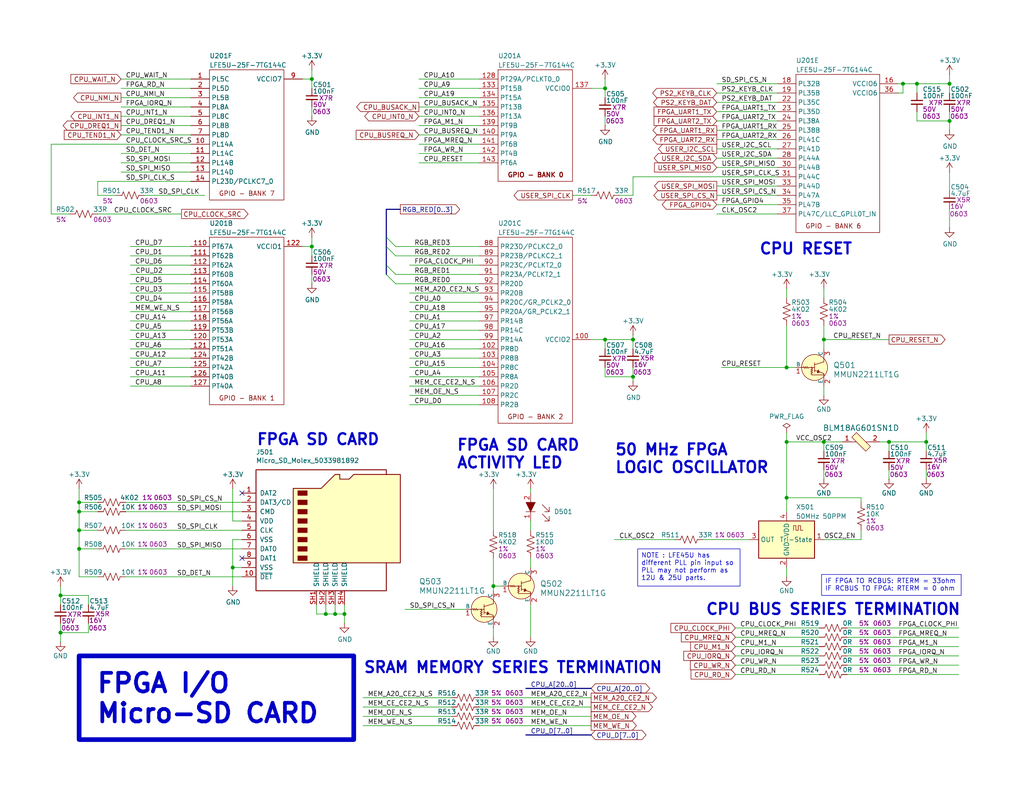
<source format=kicad_sch>
(kicad_sch (version 20231120) (generator "eeschema") (generator_version "8.0")
  (paper "A")
  (title_block (title "PETER") (date "2024-07-29") (rev "0.0") (company "Denno Wiggle") (comment 1 "FPGA I/O & Micro SD Card Connection."))
  (lib_symbols
    (symbol "Oscillator:ECS-2520MV-xxx-xx"
      (property "Reference" "X" (at -5.08 6.35 0))
      (property "Value" "ECS-2520MV-xxx-xx" (at 1.27 -6.35 0))
      (symbol "ECS-2520MV-xxx-xx_1_1"
        (pin input line (at -10.16 0 0) (length 2.54) (name "Tri-State") (number "1"))
        (pin power_in line (at 0 -7.62 90) (length 2.54) (name "GND") (number "2"))
        (pin output line (at 10.16 0 180) (length 2.54) (name "OUT") (number "3"))
        (pin power_in line (at 0 7.62 270) (length 2.54) (name "VDD") (number "4"))
      )
    )
    (symbol "WTM:C_100nF_X7R_16V_0805H" (pin_numbers hide) (pin_names (offset 0) hide)
      (property "Reference" "C" (at 0.254 3.556 0))
      (property "Value" "100nF" (at 0.254 1.778 0))
      (property "Dielectric" "X7R" (at 1.905 -0.127 0))
      (property "Voltage" "16V" (at 0.254 -1.905 0))
      (property "Footprint2" "0805H" (at 0.127 -3.81 0))
      (symbol "C_100nF_X7R_16V_0805H_1_1"
        (pin passive line (at 0 2.54 270) (length 2.032) (name "~") (number "1"))
        (pin passive line (at 0 -2.54 90) (length 2.032) (name "~") (number "2"))
      )
    )
    (symbol "WTM:C_10uF_X5R_16V_0805H" (pin_numbers hide) (pin_names (offset 0.254) hide)
      (property "Reference" "C206" (at 0.254 3.556 0))
      (property "Value" "10uF" (at 0.254 1.778 0))
      (property "Dielectric" "X5R" (at 1.905 0.762 0))
      (property "Voltage" "16V" (at 0.127 -1.016 0))
      (property "Footprint2" "0805H" (at 3.302 -3.81 0))
      (symbol "C_10uF_X5R_16V_0805H_1_1"
        (pin passive line (at 0 2.54 270) (length 2.032) (name "~") (number "1"))
        (pin passive line (at 0 -2.54 90) (length 2.032) (name "~") (number "2"))
      )
    )
    (symbol "WTM:LED_LTST-S270KGKT" (pin_names (offset 0))
      (property "Reference" "D" (at -6.35 3.81 0))
      (symbol "LED_LTST-S270KGKT_1_1"
        (pin passive line (at 2.54 0 180) (length 2.54) (name "~") (number "1"))
        (pin input line (at -5.08 0 0) (length 2.54) (name "~") (number "2"))
      )
    )
    (symbol "WTM:LFE5U-25F-7TG144C"
      (property "Reference" "U" (at 33.02 15.24 0))
      (property "Value" "LFE5U-25F-7TG144C" (at -12.7 1.27 0))
      (symbol "LFE5U-25F-7TG144C_1_0"
        (pin bidirectional line (at -15.24 -2.54 0) (length 5.08) (name "PT29A/PCLKT0_0") (number "128"))
        (pin bidirectional line (at -15.24 -5.08 0) (length 5.08) (name "PT15B") (number "133"))
        (pin bidirectional line (at -15.24 -7.62 0) (length 5.08) (name "PT15A") (number "134"))
        (pin bidirectional line (at -15.24 -10.16 0) (length 5.08) (name "PT13B") (number "135"))
        (pin bidirectional line (at -15.24 -12.7 0) (length 5.08) (name "PT13A") (number "136"))
        (pin power_in line (at 15.24 -5.08 180) (length 5.08) (name "VCCIO0") (number "137"))
        (pin bidirectional line (at -15.24 -15.24 0) (length 5.08) (name "PT9B") (number "139"))
        (pin bidirectional line (at -15.24 -17.78 0) (length 5.08) (name "PT9A") (number "140"))
        (pin bidirectional line (at -15.24 -20.32 0) (length 5.08) (name "PT6B") (number "141"))
        (pin bidirectional line (at -15.24 -22.86 0) (length 5.08) (name "PT4B") (number "142"))
        (pin bidirectional line (at -15.24 -25.4 0) (length 5.08) (name "PT6A") (number "143"))
      )
      (symbol "LFE5U-25F-7TG144C_1_1"
        (text "GPIO - BANK 0" (at -7.62 -27.94 0) (effects (font (size 1.27 1.27) (bold yes)) (justify left top)))
      )
      (symbol "LFE5U-25F-7TG144C_2_0"
        (pin bidirectional line (at -15.24 -2.54 0) (length 5.08) (name "PT67A") (number "110"))
        (pin bidirectional line (at -15.24 -5.08 0) (length 5.08) (name "PT62B") (number "111"))
        (pin bidirectional line (at -15.24 -7.62 0) (length 5.08) (name "PT62A") (number "112"))
        (pin bidirectional line (at -15.24 -10.16 0) (length 5.08) (name "PT60B") (number "113"))
        (pin bidirectional line (at -15.24 -12.7 0) (length 5.08) (name "PT60A") (number "114"))
        (pin bidirectional line (at -15.24 -15.24 0) (length 5.08) (name "PT58B") (number "115"))
        (pin bidirectional line (at -15.24 -17.78 0) (length 5.08) (name "PT58A") (number "116"))
        (pin bidirectional line (at -15.24 -20.32 0) (length 5.08) (name "PT56B") (number "117"))
        (pin bidirectional line (at -15.24 -22.86 0) (length 5.08) (name "PT56A") (number "118"))
        (pin bidirectional line (at -15.24 -25.4 0) (length 5.08) (name "PT53B") (number "119"))
        (pin bidirectional line (at -15.24 -27.94 0) (length 5.08) (name "PT53A") (number "120"))
        (pin bidirectional line (at -15.24 -30.48 0) (length 5.08) (name "PT51A") (number "121"))
        (pin power_in line (at 15.24 -2.54 180) (length 5.08) (name "VCCIO1") (number "122"))
        (pin bidirectional line (at -15.24 -33.02 0) (length 5.08) (name "PT42B") (number "124"))
        (pin bidirectional line (at -15.24 -35.56 0) (length 5.08) (name "PT42A") (number "125"))
        (pin bidirectional line (at -15.24 -38.1 0) (length 5.08) (name "PT40B") (number "126"))
        (pin bidirectional line (at -15.24 -40.64 0) (length 5.08) (name "PT40A") (number "127"))
      )
      (symbol "LFE5U-25F-7TG144C_2_1"
        (text "GPIO - BANK 1" (at -7.62 -43.18 0) (effects (font (size 1.27 1.27)) (justify left top)))
      )
      (symbol "LFE5U-25F-7TG144C_3_0"
        (pin power_in line (at 15.24 -27.94 180) (length 5.08) (name "VCCIO2") (number "100"))
        (pin bidirectional line (at -15.24 -30.48 0) (length 5.08) (name "PR8D") (number "102"))
        (pin bidirectional line (at -15.24 -33.02 0) (length 5.08) (name "PR8B") (number "103"))
        (pin bidirectional line (at -15.24 -35.56 0) (length 5.08) (name "PR8C") (number "104"))
        (pin bidirectional line (at -15.24 -38.1 0) (length 5.08) (name "PR8A") (number "105"))
        (pin bidirectional line (at -15.24 -40.64 0) (length 5.08) (name "PR2D") (number "106"))
        (pin bidirectional line (at -15.24 -43.18 0) (length 5.08) (name "PR2C") (number "107"))
        (pin bidirectional line (at -15.24 -45.72 0) (length 5.08) (name "PR2B") (number "108"))
        (pin bidirectional line (at -15.24 -2.54 0) (length 5.08) (name "PR23D/PCLKC2_0") (number "88"))
        (pin bidirectional line (at -15.24 -5.08 0) (length 5.08) (name "PR23B/PCLKC2_1") (number "89"))
        (pin bidirectional line (at -15.24 -7.62 0) (length 5.08) (name "PR23C/PCLKT2_0") (number "90"))
        (pin bidirectional line (at -15.24 -10.16 0) (length 5.08) (name "PR23A/PCLKT2_1") (number "91"))
        (pin bidirectional line (at -15.24 -12.7 0) (length 5.08) (name "PR20D") (number "92"))
        (pin bidirectional line (at -15.24 -15.24 0) (length 5.08) (name "PR20B") (number "93"))
        (pin bidirectional line (at -15.24 -17.78 0) (length 5.08) (name "PR20C/GR_PCLK2_0") (number "94"))
        (pin bidirectional line (at -15.24 -20.32 0) (length 5.08) (name "PR20A/GR_PCLK2_1") (number "95"))
        (pin bidirectional line (at -15.24 -22.86 0) (length 5.08) (name "PR14B") (number "97"))
        (pin bidirectional line (at -15.24 -25.4 0) (length 5.08) (name "PR14C") (number "98"))
        (pin bidirectional line (at -15.24 -27.94 0) (length 5.08) (name "PR14A") (number "99"))
      )
      (symbol "LFE5U-25F-7TG144C_3_1"
        (text "GPIO - BANK 2\n" (at -7.62 -48.26 0) (effects (font (size 1.27 1.27)) (justify left top)))
      )
      (symbol "LFE5U-25F-7TG144C_4_0"
        (pin bidirectional line (at -17.78 -10.16 0) (length 5.08) (name "PR47B") (number "67"))
        (pin bidirectional line (at -17.78 -7.62 0) (length 5.08) (name "PR47D/LRC_GPLL0C_IN") (number "68"))
        (pin bidirectional line (at -17.78 -2.54 0) (length 5.08) (name "PR47C/LRC_GPLL0T_IN") (number "69"))
        (pin power_in line (at 17.78 -12.7 180) (length 5.08) (name "VCCIO3") (number "70"))
        (pin bidirectional line (at -17.78 -12.7 0) (length 5.08) (name "PR47A") (number "71"))
        (pin bidirectional line (at -17.78 -15.24 0) (length 5.08) (name "PR44C") (number "72"))
        (pin bidirectional line (at -17.78 -17.78 0) (length 5.08) (name "PR41D") (number "73"))
        (pin bidirectional line (at -17.78 -20.32 0) (length 5.08) (name "PR41C") (number "74"))
        (pin bidirectional line (at -17.78 -22.86 0) (length 5.08) (name "PR41B") (number "76"))
        (pin bidirectional line (at -17.78 -25.4 0) (length 5.08) (name "PR41A") (number "77"))
        (pin bidirectional line (at -17.78 -27.94 0) (length 5.08) (name "PR35D") (number "78"))
        (pin bidirectional line (at -17.78 -30.48 0) (length 5.08) (name "PR35B") (number "79"))
        (pin bidirectional line (at -17.78 -33.02 0) (length 5.08) (name "PR35C") (number "80"))
        (pin bidirectional line (at -17.78 -35.56 0) (length 5.08) (name "PR35A") (number "81"))
        (pin bidirectional line (at -17.78 -38.1 0) (length 5.08) (name "PR32D") (number "82"))
        (pin bidirectional line (at -17.78 -40.64 0) (length 5.08) (name "PR32C") (number "84"))
        (pin power_in line (at 17.78 -15.24 180) (length 5.08) (name "VCCIO3") (number "86"))
      )
      (symbol "LFE5U-25F-7TG144C_4_1"
        (text "GPIO - BANK 3" (at -7.62 -43.18 0) (effects (font (size 1.27 1.27)) (justify left top)))
      )
      (symbol "LFE5U-25F-7TG144C_5_0"
        (pin power_in line (at 17.78 -2.54 180) (length 5.08) (name "VCCIO6") (number "16"))
        (pin bidirectional line (at -15.24 -2.54 0) (length 5.08) (name "PL32B") (number "18"))
        (pin bidirectional line (at -15.24 -5.08 0) (length 5.08) (name "PL35B") (number "19"))
        (pin bidirectional line (at -15.24 -7.62 0) (length 5.08) (name "PL35C") (number "22"))
        (pin bidirectional line (at -15.24 -10.16 0) (length 5.08) (name "PL35D") (number "23"))
        (pin bidirectional line (at -15.24 -12.7 0) (length 5.08) (name "PL38A") (number "24"))
        (pin bidirectional line (at -15.24 -15.24 0) (length 5.08) (name "PL38B") (number "25"))
        (pin bidirectional line (at -15.24 -17.78 0) (length 5.08) (name "PL41C") (number "26"))
        (pin bidirectional line (at -15.24 -20.32 0) (length 5.08) (name "PL41D") (number "27"))
        (pin bidirectional line (at -15.24 -22.86 0) (length 5.08) (name "PL44A") (number "28"))
        (pin bidirectional line (at -15.24 -25.4 0) (length 5.08) (name "PL44B") (number "30"))
        (pin bidirectional line (at -15.24 -27.94 0) (length 5.08) (name "PL44C") (number "31"))
        (pin bidirectional line (at -15.24 -30.48 0) (length 5.08) (name "PL44D") (number "33"))
        (pin bidirectional line (at -15.24 -33.02 0) (length 5.08) (name "PL47A") (number "34"))
        (pin bidirectional line (at -15.24 -35.56 0) (length 5.08) (name "PL47B") (number "35"))
        (pin power_in line (at 17.78 -5.08 180) (length 5.08) (name "VCCIO6") (number "36"))
        (pin bidirectional line (at -15.24 -38.1 0) (length 5.08) (name "PL47C/LLC_GPLL0T_IN") (number "37"))
      )
      (symbol "LFE5U-25F-7TG144C_5_1"
        (text "GPIO - BANK 6" (at -7.62 -40.64 0) (effects (font (size 1.27 1.27)) (justify left top)))
      )
      (symbol "LFE5U-25F-7TG144C_6_0"
        (pin bidirectional line (at -15.24 -2.54 0) (length 5.08) (name "PL5C") (number "1"))
        (pin bidirectional line (at -15.24 -20.32 0) (length 5.08) (name "PL14A") (number "10"))
        (pin bidirectional line (at -15.24 -22.86 0) (length 5.08) (name "PL14C") (number "11"))
        (pin bidirectional line (at -15.24 -25.4 0) (length 5.08) (name "PL14B") (number "12"))
        (pin bidirectional line (at -15.24 -27.94 0) (length 5.08) (name "PL14D") (number "13"))
        (pin bidirectional line (at -15.24 -30.48 0) (length 5.08) (name "PL23D/PCLKC7_0") (number "14"))
        (pin bidirectional line (at -15.24 -5.08 0) (length 5.08) (name "PL5D") (number "2"))
        (pin bidirectional line (at -15.24 -7.62 0) (length 5.08) (name "PL5B") (number "3"))
        (pin bidirectional line (at -15.24 -10.16 0) (length 5.08) (name "PL8A") (number "4"))
        (pin bidirectional line (at -15.24 -12.7 0) (length 5.08) (name "PL8C") (number "5"))
        (pin bidirectional line (at -15.24 -15.24 0) (length 5.08) (name "PL8B") (number "6"))
        (pin bidirectional line (at -15.24 -17.78 0) (length 5.08) (name "PL8D") (number "7"))
        (pin power_in line (at 15.24 -2.54 180) (length 5.08) (name "VCCIO7") (number "9"))
      )
      (symbol "LFE5U-25F-7TG144C_6_1"
        (text "GPIO - BANK 7" (at -7.62 -33.02 0) (effects (font (size 1.27 1.27)) (justify left top)))
      )
      (symbol "LFE5U-25F-7TG144C_7_0"
        (pin bidirectional line (at -17.78 -2.54 0) (length 5.08) (name "PB6A/D5/MISO2/IO5") (number "39"))
        (pin bidirectional line (at -17.78 -5.08 0) (length 5.08) (name "PB4A/D7/IO7") (number "40"))
        (pin bidirectional line (at -17.78 -7.62 0) (length 5.08) (name "PB6B/D4/MOSI2/IO4") (number "41"))
        (pin power_in line (at 33.02 -2.54 180) (length 5.08) (name "VCCIO8") (number "43"))
        (pin bidirectional line (at -17.78 -10.16 0) (length 5.08) (name "PB4B/D6/IO6") (number "44"))
        (pin bidirectional line (at -17.78 -12.7 0) (length 5.08) (name "PB9A/D3/IO3") (number "45"))
        (pin bidirectional line (at -17.78 -48.26 0) (length 5.08) (name "MISO/D1/IO1/PB11A") (number "46"))
        (pin bidirectional line (at -17.78 -45.72 0) (length 5.08) (name "MOSI/D0/IO0/PB11B") (number "47"))
        (pin bidirectional line (at -17.78 -15.24 0) (length 5.08) (name "PB13A/SN/CSN") (number "48"))
        (pin bidirectional line (at -17.78 -53.34 0) (length 5.08) (name "CSSPIN/PB15A/HOLDN/DI/BUSY/CEN") (number "49"))
        (pin bidirectional line (at -17.78 -17.78 0) (length 5.08) (name "PB13B/CS1N") (number "50"))
        (pin bidirectional line (at -17.78 -20.32 0) (length 5.08) (name "PB15B/DOUT/CSON") (number "51"))
        (pin bidirectional line (at -17.78 -22.86 0) (length 5.08) (name "PB18A/WRITEN") (number "52"))
        (pin bidirectional line (at -17.78 -50.8 0) (length 5.08) (name "MCLK/CCLK/SCK") (number "54"))
        (pin bidirectional line (at 33.02 -25.4 180) (length 5.08) (name "INITN") (number "55"))
        (pin output line (at 33.02 -22.86 180) (length 5.08) (name "DONE") (number "56"))
        (pin bidirectional line (at -17.78 -34.29 0) (length 5.08) (name "PROGRAMN") (number "57"))
        (pin input line (at 33.02 -50.8 180) (length 5.08) (name "CFG_2") (number "58"))
        (pin input line (at 33.02 -48.26 180) (length 5.08) (name "CFG_1") (number "59"))
        (pin input line (at 33.02 -45.72 180) (length 5.08) (name "CFG_0") (number "62"))
      )
      (symbol "LFE5U-25F-7TG144C_7_1"
        (text "GPIO - BANK 8" (at 0 -55.88 0) (effects (font (size 1.27 1.27)) (justify left top)))
      )
      (symbol "LFE5U-25F-7TG144C_8_0"
        (pin output line (at -15.24 -5.08 0) (length 5.08) (name "TDO") (number "60"))
        (pin input line (at -15.24 -2.54 0) (length 5.08) (name "TDI") (number "61"))
        (pin input line (at -15.24 -7.62 0) (length 5.08) (name "TCK") (number "63"))
        (pin input line (at -15.24 -10.16 0) (length 5.08) (name "TMS") (number "64"))
      )
      (symbol "LFE5U-25F-7TG144C_8_1"
        (text "JTAG" (at -2.54 -12.7 0) (effects (font (size 1.27 1.27)) (justify left top)))
      )
      (symbol "LFE5U-25F-7TG144C_9_0"
        (pin power_in line (at -15.24 -30.48 0) (length 5.08) (name "GND") (number "101"))
        (pin passive line (at 15.24 -15.24 180) (length 5.08) (name "NC") (number "109"))
        (pin power_in line (at -15.24 -33.02 0) (length 5.08) (name "GND") (number "123"))
        (pin power_in line (at -15.24 -35.56 0) (length 5.08) (name "GND") (number "129"))
        (pin power_in line (at 15.24 -17.78 180) (length 5.08) (name "VCC") (number "130"))
        (pin power_in line (at -15.24 -38.1 0) (length 5.08) (name "GND") (number "131"))
        (pin power_in line (at 15.24 -40.64 180) (length 5.08) (name "VCCAUX") (number "132"))
        (pin power_in line (at -15.24 -40.64 0) (length 5.08) (name "GND") (number "138"))
        (pin passive line (at 15.24 -20.32 180) (length 5.08) (name "NC") (number "144"))
        (pin power_in line (at -15.24 -10.16 0) (length 5.08) (name "GND") (number "15"))
        (pin power_in line (at 15.24 -33.02 180) (length 5.08) (name "VCCAUX") (number "17"))
        (pin power_in line (at 15.24 -2.54 180) (length 5.08) (name "VCC") (number "20"))
        (pin power_in line (at -15.24 -12.7 0) (length 5.08) (name "GND") (number "21"))
        (pin power_in line (at 15.24 -5.08 180) (length 5.08) (name "VCC") (number "29"))
        (pin power_in line (at -15.24 -15.24 0) (length 5.08) (name "VSSIO6") (number "32"))
        (pin power_in line (at 15.24 -7.62 180) (length 5.08) (name "VCC") (number "38"))
        (pin power_in line (at -15.24 -17.78 0) (length 5.08) (name "GND") (number "42"))
        (pin power_in line (at 15.24 -35.56 180) (length 5.08) (name "VCCAUX") (number "53"))
        (pin power_in line (at -15.24 -20.32 0) (length 5.08) (name "GND") (number "65"))
        (pin power_in line (at 15.24 -10.16 180) (length 5.08) (name "VCC") (number "66"))
        (pin power_in line (at -15.24 -22.86 0) (length 5.08) (name "GND") (number "75"))
        (pin power_in line (at -15.24 -7.62 0) (length 5.08) (name "GND") (number "8"))
        (pin power_in line (at 15.24 -12.7 180) (length 5.08) (name "VCC") (number "83"))
        (pin power_in line (at -15.24 -25.4 0) (length 5.08) (name "GND") (number "85"))
        (pin power_in line (at -15.24 -27.94 0) (length 5.08) (name "GND") (number "87"))
        (pin power_in line (at 15.24 -38.1 180) (length 5.08) (name "VCCAUX") (number "96"))
      )
      (symbol "LFE5U-25F-7TG144C_9_1"
        (text "POWER" (at -2.54 -43.18 0) (effects (font (size 1.27 1.27)) (justify left top)))
      )
    )
    (symbol "WTM:MMUN2211LT1G" (pin_names (offset 0))
      (property "Reference" "Q2" (at -5.08 7.62 0))
      (property "Value" "MMUN2211LT1G" (at -20.32 5.08 0))
      (symbol "MMUN2211LT1G_1_1"
        (pin input line (at -7.62 0 0) (length 1.27) (name "B") (number "1"))
        (pin passive line (at 0 -5.08 90) (length 2.54) (name "E") (number "2"))
        (pin passive line (at 0 5.08 270) (length 2.54) (name "C") (number "3"))
      )
    )
    (symbol "WTM:Micro_SD_Molex_5033981892" (pin_names (offset 1.016))
      (property "Reference" "J?" (at -19.05 21.3614 0))
      (property "Value" "Micro_SD_Molex_5033981892" (at -19.05 19.05 0))
      (symbol "Micro_SD_Molex_5033981892_1_1"
        (pin bidirectional line (at -22.86 10.16 0) (length 3.81) (name "DAT2") (number "1"))
        (pin passive line (at -22.86 -12.7 0) (length 3.81) (name "~{DET}") (number "10"))
        (pin bidirectional line (at -22.86 7.62 0) (length 3.81) (name "DAT3/CD") (number "2"))
        (pin input line (at -22.86 5.08 0) (length 3.81) (name "CMD") (number "3"))
        (pin power_in line (at -22.86 2.54 0) (length 3.81) (name "VDD") (number "4"))
        (pin input line (at -22.86 0 0) (length 3.81) (name "CLK") (number "5"))
        (pin power_in line (at -22.86 -2.54 0) (length 3.81) (name "VSS") (number "6"))
        (pin bidirectional line (at -22.86 -5.08 0) (length 3.81) (name "DAT0") (number "7"))
        (pin bidirectional line (at -22.86 -7.62 0) (length 3.81) (name "DAT1") (number "8"))
        (pin passive line (at -22.86 -10.16 0) (length 3.81) (name "VSS") (number "9"))
        (pin passive line (at -2.54 -20.32 90) (length 3.81) (name "SHIELD") (number "SH1"))
        (pin passive line (at 0 -20.32 90) (length 3.81) (name "SHIELD") (number "SH2"))
        (pin passive line (at 2.54 -20.32 90) (length 3.81) (name "SHIELD") (number "SH3"))
        (pin passive line (at 5.08 -20.32 90) (length 3.81) (name "SHIELD") (number "SH4"))
      )
    )
    (symbol "WTM:R_10K_5%_0805H" (pin_numbers hide) (pin_names (offset 0))
      (property "Reference" "R515" (at 1.27 2.54 0))
      (property "Value" "10K" (at 1.27 0.635 0))
      (property "Tolerance" "5%" (at 1.27 -1.27 0))
      (property "Footprint2" "0805H" (at 0 -3.175 0))
      (symbol "R_10K_5%_0805H_1_1"
        (pin passive line (at 0 3.81 270) (length 1.27) (name "~") (number "1"))
        (pin passive line (at 0 -3.81 90) (length 1.27) (name "~") (number "2"))
      )
    )
    (symbol "WTM:R_33R_5%_0805H_Horizontal1" (pin_numbers hide) (pin_names (offset 0))
      (property "Reference" "R" (at -7.62 1.27 0))
      (property "Value" "33R" (at 2.54 1.27 0))
      (property "Tolerance" "5%" (at 2.54 -1.27 0))
      (property "Footprint2" "0805H" (at -8.89 -1.27 0))
      (symbol "R_33R_5%_0805H_Horizontal1_1_1"
        (pin passive line (at -3.81 0 0) (length 1.27) (name "~") (number "1"))
        (pin passive line (at 3.81 0 180) (length 1.27) (name "~") (number "2"))
      )
    )
    (symbol "dk_Ferrite-Beads-and-Chips:BLM18AG601SN1D" (pin_names (offset 1.016))
      (property "Reference" "FB" (at -2.54 3.81 0))
      (property "Value" "BLM18AG601SN1D" (at 0 -3.81 0))
      (symbol "BLM18AG601SN1D_1_1"
        (pin passive line (at -5.08 0 0) (length 2.54) (name "~") (number "1"))
        (pin passive line (at 5.08 0 180) (length 2.54) (name "~") (number "2"))
      )
    )
    (symbol "power:+3.3V" (power) (pin_numbers hide) (pin_names (offset 0) hide)
      (property "Value" "+3.3V" (at 0 3.556 0))
      (symbol "+3.3V_1_1"
        (pin power_in line (at 0 0 90) (length 0) (name "~") (number "1"))
      )
    )
    (symbol "power:GND" (power) (pin_numbers hide) (pin_names (offset 0) hide)
      (property "Value" "GND" (at 0 -3.81 0))
      (symbol "GND_1_1"
        (pin power_in line (at 0 0 270) (length 0) (name "~") (number "1"))
      )
    )
    (symbol "power:PWR_FLAG" (power) (pin_numbers hide) (pin_names (offset 0) hide)
      (property "Value" "PWR_FLAG" (at 0 3.81 0))
      (symbol "PWR_FLAG_0_0"
        (pin power_out line (at 0 0 90) (length 0) (name "~") (number "1"))
      )
    )
  )
  (junction (at 224.79 120.65))
  (junction (at 85.09 67.31))
  (junction (at 214.63 135.89))
  (junction (at 259.08 22.86))
  (junction (at 165.1 92.71))
  (junction (at 21.59 149.86))
  (junction (at 63.5 154.94))
  (junction (at 21.59 137.16))
  (junction (at 172.72 92.71))
  (junction (at 246.38 22.86))
  (junction (at 224.79 92.71))
  (junction (at 88.9 167.64))
  (junction (at 250.19 22.86))
  (junction (at 252.73 120.65))
  (junction (at 16.51 172.72))
  (junction (at 172.72 102.87))
  (junction (at 214.63 100.33))
  (junction (at 21.59 139.7))
  (junction (at 93.98 167.64))
  (junction (at 16.51 162.56))
  (junction (at 165.1 24.13))
  (junction (at 85.09 21.59))
  (junction (at 259.08 33.02))
  (junction (at 134.62 160.02))
  (junction (at 21.59 144.78))
  (junction (at 214.63 120.65))
  (junction (at 242.57 120.65))
  (junction (at 91.44 167.64))
  (no_connect (at 66.04 134.62))
  (no_connect (at 66.04 152.4))
  (bus_entry (at 105.41 72.39) (size 2.54 2.54))
  (bus_entry (at 105.41 64.77) (size 2.54 2.54))
  (bus_entry (at 105.41 74.93) (size 2.54 2.54))
  (bus_entry (at 105.41 67.31) (size 2.54 2.54))
  (wire (pts (xy 33.02 26.67) (xy 52.07 26.67)))
  (wire (pts (xy 21.59 139.7) (xy 26.67 139.7)))
  (wire (pts (xy 35.56 95.25) (xy 52.07 95.25)))
  (wire (pts (xy 111.76 102.87) (xy 130.81 102.87)))
  (wire (pts (xy 252.73 120.65) (xy 252.73 123.19)))
  (bus (pts (xy 143.51 200.66) (xy 161.29 200.66)))
  (wire (pts (xy 224.79 78.74) (xy 224.79 81.28)))
  (wire (pts (xy 107.95 74.93) (xy 130.81 74.93)))
  (wire (pts (xy 111.76 100.33) (xy 130.81 100.33)))
  (wire (pts (xy 259.08 46.99) (xy 259.08 52.07)))
  (wire (pts (xy 35.56 85.09) (xy 52.07 85.09)))
  (wire (pts (xy 224.79 147.32) (xy 234.95 147.32)))
  (wire (pts (xy 111.76 72.39) (xy 130.81 72.39)))
  (wire (pts (xy 134.62 171.45) (xy 134.62 173.99)))
  (wire (pts (xy 165.1 24.13) (xy 161.29 24.13)))
  (wire (pts (xy 111.76 85.09) (xy 130.81 85.09)))
  (wire (pts (xy 21.59 139.7) (xy 21.59 144.78)))
  (wire (pts (xy 231.14 179.07) (xy 261.62 179.07)))
  (wire (pts (xy 63.5 142.24) (xy 66.04 142.24)))
  (wire (pts (xy 242.57 130.81) (xy 242.57 128.27)))
  (wire (pts (xy 21.59 149.86) (xy 21.59 157.48)))
  (wire (pts (xy 195.58 27.94) (xy 212.09 27.94)))
  (bus (pts (xy 105.41 57.15) (xy 109.22 57.15)))
  (wire (pts (xy 35.56 87.63) (xy 52.07 87.63)))
  (wire (pts (xy 250.19 33.02) (xy 259.08 33.02)))
  (wire (pts (xy 172.72 92.71) (xy 165.1 92.71)))
  (wire (pts (xy 252.73 120.65) (xy 242.57 120.65)))
  (wire (pts (xy 245.11 25.4) (xy 246.38 25.4)))
  (wire (pts (xy 130.81 190.5) (xy 161.29 190.5)))
  (wire (pts (xy 195.58 53.34) (xy 212.09 53.34)))
  (wire (pts (xy 144.78 142.24) (xy 144.78 144.78)))
  (wire (pts (xy 16.51 175.26) (xy 16.51 172.72)))
  (wire (pts (xy 111.76 110.49) (xy 130.81 110.49)))
  (wire (pts (xy 156.21 53.34) (xy 161.29 53.34)))
  (wire (pts (xy 88.9 167.64) (xy 88.9 165.1)))
  (wire (pts (xy 33.02 34.29) (xy 52.07 34.29)))
  (wire (pts (xy 85.09 64.77) (xy 85.09 67.31)))
  (wire (pts (xy 13.97 39.37) (xy 13.97 58.42)))
  (wire (pts (xy 85.09 19.05) (xy 85.09 21.59)))
  (wire (pts (xy 63.5 154.94) (xy 63.5 147.32)))
  (wire (pts (xy 85.09 21.59) (xy 85.09 24.13)))
  (wire (pts (xy 165.1 31.75) (xy 165.1 34.29)))
  (wire (pts (xy 214.63 78.74) (xy 214.63 81.28)))
  (wire (pts (xy 200.66 173.99) (xy 223.52 173.99)))
  (wire (pts (xy 144.78 133.35) (xy 144.78 134.62)))
  (wire (pts (xy 195.58 50.8) (xy 212.09 50.8)))
  (wire (pts (xy 167.64 147.32) (xy 184.15 147.32)))
  (wire (pts (xy 191.77 147.32) (xy 204.47 147.32)))
  (wire (pts (xy 259.08 57.15) (xy 259.08 62.23)))
  (wire (pts (xy 26.67 58.42) (xy 49.53 58.42)))
  (wire (pts (xy 114.3 39.37) (xy 130.81 39.37)))
  (wire (pts (xy 63.5 133.35) (xy 63.5 142.24)))
  (wire (pts (xy 24.13 172.72) (xy 24.13 170.18)))
  (wire (pts (xy 35.56 92.71) (xy 52.07 92.71)))
  (bus (pts (xy 105.41 72.39) (xy 105.41 74.93)))
  (wire (pts (xy 231.14 171.45) (xy 261.62 171.45)))
  (wire (pts (xy 224.79 88.9) (xy 224.79 92.71)))
  (bus (pts (xy 105.41 57.15) (xy 105.41 64.77)))
  (wire (pts (xy 35.56 105.41) (xy 52.07 105.41)))
  (wire (pts (xy 214.63 157.48) (xy 214.63 154.94)))
  (wire (pts (xy 26.67 49.53) (xy 26.67 53.34)))
  (wire (pts (xy 250.19 22.86) (xy 259.08 22.86)))
  (wire (pts (xy 52.07 49.53) (xy 26.67 49.53)))
  (wire (pts (xy 85.09 67.31) (xy 85.09 69.85)))
  (wire (pts (xy 195.58 33.02) (xy 212.09 33.02)))
  (wire (pts (xy 195.58 45.72) (xy 212.09 45.72)))
  (wire (pts (xy 259.08 33.02) (xy 259.08 35.56)))
  (wire (pts (xy 35.56 74.93) (xy 52.07 74.93)))
  (wire (pts (xy 231.14 184.15) (xy 261.62 184.15)))
  (bus (pts (xy 143.51 187.96) (xy 161.29 187.96)))
  (wire (pts (xy 99.06 195.58) (xy 123.19 195.58)))
  (wire (pts (xy 172.72 102.87) (xy 172.72 104.14)))
  (wire (pts (xy 114.3 31.75) (xy 130.81 31.75)))
  (wire (pts (xy 107.95 69.85) (xy 130.81 69.85)))
  (wire (pts (xy 200.66 171.45) (xy 223.52 171.45)))
  (wire (pts (xy 242.57 120.65) (xy 240.03 120.65)))
  (wire (pts (xy 33.02 29.21) (xy 52.07 29.21)))
  (wire (pts (xy 134.62 160.02) (xy 134.62 161.29)))
  (wire (pts (xy 195.58 58.42) (xy 212.09 58.42)))
  (wire (pts (xy 224.79 92.71) (xy 224.79 95.25)))
  (wire (pts (xy 114.3 34.29) (xy 130.81 34.29)))
  (wire (pts (xy 21.59 149.86) (xy 26.67 149.86)))
  (wire (pts (xy 114.3 21.59) (xy 130.81 21.59)))
  (wire (pts (xy 35.56 100.33) (xy 52.07 100.33)))
  (wire (pts (xy 107.95 77.47) (xy 130.81 77.47)))
  (wire (pts (xy 85.09 29.21) (xy 85.09 31.75)))
  (wire (pts (xy 172.72 91.44) (xy 172.72 92.71)))
  (wire (pts (xy 16.51 162.56) (xy 16.51 165.1)))
  (wire (pts (xy 224.79 92.71) (xy 242.57 92.71)))
  (wire (pts (xy 88.9 167.64) (xy 86.36 167.64)))
  (wire (pts (xy 35.56 67.31) (xy 52.07 67.31)))
  (wire (pts (xy 35.56 69.85) (xy 52.07 69.85)))
  (wire (pts (xy 35.56 82.55) (xy 52.07 82.55)))
  (wire (pts (xy 33.02 31.75) (xy 52.07 31.75)))
  (wire (pts (xy 107.95 67.31) (xy 130.81 67.31)))
  (wire (pts (xy 224.79 105.41) (xy 224.79 107.95)))
  (wire (pts (xy 114.3 36.83) (xy 130.81 36.83)))
  (wire (pts (xy 21.59 144.78) (xy 21.59 149.86)))
  (wire (pts (xy 114.3 29.21) (xy 130.81 29.21)))
  (wire (pts (xy 200.66 176.53) (xy 223.52 176.53)))
  (wire (pts (xy 85.09 21.59) (xy 82.55 21.59)))
  (wire (pts (xy 35.56 77.47) (xy 52.07 77.47)))
  (wire (pts (xy 91.44 167.64) (xy 88.9 167.64)))
  (wire (pts (xy 195.58 35.56) (xy 212.09 35.56)))
  (wire (pts (xy 200.66 181.61) (xy 223.52 181.61)))
  (wire (pts (xy 111.76 90.17) (xy 130.81 90.17)))
  (wire (pts (xy 111.76 97.79) (xy 130.81 97.79)))
  (wire (pts (xy 134.62 160.02) (xy 137.16 160.02)))
  (wire (pts (xy 165.1 100.33) (xy 165.1 102.87)))
  (wire (pts (xy 130.81 193.04) (xy 161.29 193.04)))
  (wire (pts (xy 172.72 102.87) (xy 172.72 100.33)))
  (wire (pts (xy 16.51 160.02) (xy 16.51 162.56)))
  (wire (pts (xy 35.56 90.17) (xy 52.07 90.17)))
  (wire (pts (xy 144.78 152.4) (xy 144.78 154.94)))
  (wire (pts (xy 33.02 24.13) (xy 52.07 24.13)))
  (bus (pts (xy 105.41 67.31) (xy 105.41 72.39)))
  (wire (pts (xy 130.81 198.12) (xy 161.29 198.12)))
  (wire (pts (xy 35.56 80.01) (xy 52.07 80.01)))
  (wire (pts (xy 229.87 120.65) (xy 224.79 120.65)))
  (wire (pts (xy 63.5 147.32) (xy 66.04 147.32)))
  (wire (pts (xy 168.91 53.34) (xy 172.72 53.34)))
  (wire (pts (xy 63.5 160.02) (xy 63.5 154.94)))
  (wire (pts (xy 224.79 120.65) (xy 224.79 123.19)))
  (wire (pts (xy 93.98 165.1) (xy 93.98 167.64)))
  (wire (pts (xy 200.66 179.07) (xy 223.52 179.07)))
  (wire (pts (xy 24.13 162.56) (xy 16.51 162.56)))
  (wire (pts (xy 231.14 176.53) (xy 261.62 176.53)))
  (wire (pts (xy 16.51 172.72) (xy 16.51 170.18)))
  (wire (pts (xy 33.02 41.91) (xy 52.07 41.91)))
  (wire (pts (xy 34.29 139.7) (xy 66.04 139.7)))
  (wire (pts (xy 39.37 53.34) (xy 55.88 53.34)))
  (wire (pts (xy 195.58 55.88) (xy 212.09 55.88)))
  (wire (pts (xy 134.62 152.4) (xy 134.62 160.02)))
  (wire (pts (xy 111.76 105.41) (xy 130.81 105.41)))
  (wire (pts (xy 13.97 39.37) (xy 52.07 39.37)))
  (wire (pts (xy 252.73 128.27) (xy 252.73 130.81)))
  (wire (pts (xy 195.58 22.86) (xy 212.09 22.86)))
  (wire (pts (xy 85.09 67.31) (xy 82.55 67.31)))
  (wire (pts (xy 214.63 100.33) (xy 217.17 100.33)))
  (wire (pts (xy 114.3 26.67) (xy 130.81 26.67)))
  (wire (pts (xy 16.51 172.72) (xy 24.13 172.72)))
  (wire (pts (xy 35.56 72.39) (xy 52.07 72.39)))
  (wire (pts (xy 114.3 24.13) (xy 130.81 24.13)))
  (wire (pts (xy 195.58 43.18) (xy 212.09 43.18)))
  (wire (pts (xy 214.63 118.11) (xy 214.63 120.65)))
  (wire (pts (xy 93.98 167.64) (xy 91.44 167.64)))
  (wire (pts (xy 165.1 92.71) (xy 165.1 95.25)))
  (wire (pts (xy 231.14 181.61) (xy 261.62 181.61)))
  (wire (pts (xy 63.5 154.94) (xy 66.04 154.94)))
  (wire (pts (xy 200.66 184.15) (xy 223.52 184.15)))
  (wire (pts (xy 195.58 38.1) (xy 212.09 38.1)))
  (wire (pts (xy 111.76 107.95) (xy 130.81 107.95)))
  (wire (pts (xy 21.59 137.16) (xy 21.59 139.7)))
  (wire (pts (xy 224.79 120.65) (xy 214.63 120.65)))
  (wire (pts (xy 33.02 44.45) (xy 52.07 44.45)))
  (wire (pts (xy 161.29 92.71) (xy 165.1 92.71)))
  (wire (pts (xy 250.19 30.48) (xy 250.19 33.02)))
  (wire (pts (xy 195.58 40.64) (xy 212.09 40.64)))
  (wire (pts (xy 52.07 46.99) (xy 33.02 46.99)))
  (wire (pts (xy 234.95 135.89) (xy 234.95 137.16)))
  (wire (pts (xy 85.09 74.93) (xy 85.09 77.47)))
  (wire (pts (xy 21.59 144.78) (xy 26.67 144.78)))
  (wire (pts (xy 250.19 22.86) (xy 250.19 25.4)))
  (wire (pts (xy 99.06 190.5) (xy 123.19 190.5)))
  (wire (pts (xy 93.98 170.18) (xy 93.98 167.64)))
  (wire (pts (xy 245.11 22.86) (xy 246.38 22.86)))
  (wire (pts (xy 165.1 21.59) (xy 165.1 24.13)))
  (wire (pts (xy 242.57 120.65) (xy 242.57 123.19)))
  (wire (pts (xy 110.49 166.37) (xy 127 166.37)))
  (wire (pts (xy 111.76 95.25) (xy 130.81 95.25)))
  (wire (pts (xy 13.97 58.42) (xy 19.05 58.42)))
  (wire (pts (xy 196.85 100.33) (xy 214.63 100.33)))
  (wire (pts (xy 99.06 193.04) (xy 123.19 193.04)))
  (wire (pts (xy 214.63 135.89) (xy 234.95 135.89)))
  (wire (pts (xy 231.14 173.99) (xy 261.62 173.99)))
  (wire (pts (xy 114.3 44.45) (xy 130.81 44.45)))
  (wire (pts (xy 259.08 20.32) (xy 259.08 22.86)))
  (wire (pts (xy 214.63 135.89) (xy 214.63 139.7)))
  (wire (pts (xy 33.02 36.83) (xy 52.07 36.83)))
  (wire (pts (xy 24.13 165.1) (xy 24.13 162.56)))
  (wire (pts (xy 21.59 157.48) (xy 26.67 157.48)))
  (wire (pts (xy 224.79 130.81) (xy 224.79 128.27)))
  (wire (pts (xy 111.76 82.55) (xy 130.81 82.55)))
  (wire (pts (xy 26.67 53.34) (xy 31.75 53.34)))
  (wire (pts (xy 34.29 144.78) (xy 66.04 144.78)))
  (wire (pts (xy 111.76 92.71) (xy 130.81 92.71)))
  (wire (pts (xy 165.1 24.13) (xy 165.1 26.67)))
  (wire (pts (xy 130.81 195.58) (xy 161.29 195.58)))
  (wire (pts (xy 111.76 80.01) (xy 130.81 80.01)))
  (wire (pts (xy 195.58 30.48) (xy 212.09 30.48)))
  (wire (pts (xy 172.72 102.87) (xy 165.1 102.87)))
  (wire (pts (xy 21.59 133.35) (xy 21.59 137.16)))
  (wire (pts (xy 172.72 48.26) (xy 212.09 48.26)))
  (wire (pts (xy 111.76 87.63) (xy 130.81 87.63)))
  (bus (pts (xy 105.41 64.77) (xy 105.41 67.31)))
  (wire (pts (xy 21.59 137.16) (xy 26.67 137.16)))
  (wire (pts (xy 195.58 25.4) (xy 212.09 25.4)))
  (wire (pts (xy 35.56 102.87) (xy 52.07 102.87)))
  (wire (pts (xy 172.72 95.25) (xy 172.72 92.71)))
  (wire (pts (xy 259.08 30.48) (xy 259.08 33.02)))
  (wire (pts (xy 99.06 198.12) (xy 123.19 198.12)))
  (wire (pts (xy 246.38 25.4) (xy 246.38 22.86)))
  (wire (pts (xy 172.72 48.26) (xy 172.72 53.34)))
  (wire (pts (xy 252.73 118.11) (xy 252.73 120.65)))
  (wire (pts (xy 134.62 133.35) (xy 134.62 144.78)))
  (wire (pts (xy 91.44 167.64) (xy 91.44 165.1)))
  (wire (pts (xy 214.63 120.65) (xy 214.63 135.89)))
  (wire (pts (xy 86.36 167.64) (xy 86.36 165.1)))
  (wire (pts (xy 259.08 22.86) (xy 259.08 25.4)))
  (wire (pts (xy 34.29 157.48) (xy 66.04 157.48)))
  (wire (pts (xy 33.02 21.59) (xy 52.07 21.59)))
  (wire (pts (xy 214.63 88.9) (xy 214.63 100.33)))
  (wire (pts (xy 34.29 149.86) (xy 66.04 149.86)))
  (wire (pts (xy 246.38 22.86) (xy 250.19 22.86)))
  (wire (pts (xy 144.78 165.1) (xy 144.78 173.99)))
  (wire (pts (xy 114.3 41.91) (xy 130.81 41.91)))
  (wire (pts (xy 35.56 97.79) (xy 52.07 97.79)))
  (wire (pts (xy 34.29 137.16) (xy 66.04 137.16)))
  (wire (pts (xy 234.95 147.32) (xy 234.95 144.78)))
  (text_box "IF FPGA TO RCBUS: RTERM = 33ohm\nIF RCBUS TO FPGA: RTERM = 0 ohm" (at 224.155 156.845 0) (size 38.1 5.715) (effects (font (size 1.27 1.27)) (justify left top)))
  (text_box "NOTE : LFE45U has different PLL pin input so PLL may not perform as 12U & 25U parts." (at 173.99 149.86 0) (size 27.94 10.16) (effects (font (size 1.27 1.27)) (justify left top)))
  (text_box "FPGA I/O\nMicro-SD CARD" (at 21.59 179.07 0) (size 74.93 22.86) (stroke (width 1.27)) (effects (font (size 5.08 5.08) (thickness 1.016) (bold yes)) (justify left top)))
  (text "50 MHz FPGA\nLOGIC OSCILLATOR" (at 167.64 129.54 0) (effects (font (size 2.9972 2.9972) (thickness 0.5994) (bold yes)) (justify left bottom)))
  (text "FPGA SD CARD\nACTIVITY LED" (at 124.46 128.27 0) (effects (font (size 2.9972 2.9972) (thickness 0.5994) (bold yes)) (justify left bottom)))
  (text "SRAM MEMORY SERIES TERMINATION" (at 99.06 184.15 0) (effects (font (size 2.9972 2.9972) (thickness 0.5994) (bold yes)) (justify left bottom)))
  (text "FPGA SD CARD" (at 69.85 121.92 0) (effects (font (size 2.9972 2.9972) (thickness 0.5994) (bold yes)) (justify left bottom)))
  (text "CPU BUS SERIES TERMINATION" (at 192.405 168.275 0) (effects (font (size 2.9972 2.9972) (thickness 0.5994) (bold yes)) (justify left bottom)))
  (text "CPU RESET" (at 207.01 69.85 0) (effects (font (size 2.9972 2.9972) (thickness 0.5994) (bold yes)) (justify left bottom)))
  (label "FPGA_UART2_TX" (at 196.85 33.02 0))
  (label "USER_SPI_CS_N" (at 196.85 53.34 0))
  (label "CPU_A11" (at 36.83 102.87 0))
  (label "CPU_A16" (at 113.03 95.25 0))
  (label "SD_DET_N" (at 48.26 157.48 0))
  (label "SD_SPI_MOSI" (at 34.29 44.45 0))
  (label "CPU_D1" (at 36.83 69.85 0))
  (label "SD_SPI_CLK" (at 48.26 144.78 0))
  (label "MEM_OE_N" (at 144.78 195.58 0))
  (label "CPU_A19" (at 115.57 26.67 0))
  (label "CPU_INT1_N" (at 34.29 31.75 0))
  (label "CPU_A14" (at 36.83 87.63 0))
  (label "CPU_CLOCK_SRC_S" (at 34.29 39.37 0))
  (label "FPGA_IORQ_N" (at 34.29 29.21 0))
  (label "CPU_MREQ_N" (at 201.93 173.99 0))
  (label "CPU_M1_N" (at 201.93 176.53 0))
  (label "CPU_IORQ_N" (at 201.93 179.07 0))
  (label "FPGA_CLOCK_PHI" (at 113.03 72.39 0))
  (label "USER_I2C_SDA" (at 196.85 43.18 0))
  (label "VCC_OSC2" (at 217.17 120.65 0))
  (label "CPU_D7" (at 36.83 67.31 0))
  (label "MEM_A20_CE2_N_S" (at 113.03 80.01 0))
  (label "PS2_KEYB_CLK" (at 196.85 25.4 0))
  (label "SD_SPI_MOSI" (at 48.26 139.7 0))
  (label "SD_SPI_MISO" (at 48.26 149.86 0))
  (label "MEM_WE_N_S" (at 36.83 85.09 0))
  (label "PS2_KEYB_DAT" (at 196.85 27.94 0))
  (label "MEM_OE_N_S" (at 100.33 195.58 0))
  (label "CPU_D[7..0]" (at 144.78 200.66 0))
  (label "MEM_WE_N" (at 144.78 198.12 0))
  (label "FPGA_RD_N" (at 34.29 24.13 0))
  (label "SD_SPI_CS_N" (at 48.26 137.16 0))
  (label "CLK_OSC2" (at 168.91 147.32 0))
  (label "FPGA_MREQ_N" (at 115.57 39.37 0))
  (label "CPU_D2" (at 44.45 74.93 180))
  (label "MEM_A20_CE2_N" (at 144.78 190.5 0))
  (label "CPU_A9" (at 115.57 24.13 0))
  (label "FPGA_WR_N" (at 115.57 41.91 0))
  (label "SD_SPI_CLK_S" (at 34.29 49.53 0))
  (label "CPU_D6" (at 36.83 72.39 0))
  (label "CPU_A4" (at 113.03 102.87 0))
  (label "RGB_RED2" (at 113.03 69.85 0))
  (label "FPGA_UART1_TX" (at 196.85 30.48 0))
  (label "FPGA_M1_N" (at 245.11 176.53 0))
  (label "MEM_WE_N_S" (at 100.33 198.12 0))
  (label "CPU_A1" (at 113.03 87.63 0))
  (label "USER_SPI_MISO" (at 196.85 45.72 0))
  (label "CPU_A2" (at 113.03 92.71 0))
  (label "CPU_BUSACK_N" (at 115.57 29.21 0))
  (label "CPU_A[20..0]" (at 144.78 187.96 0))
  (label "CPU_DREQ1_N" (at 34.29 34.29 0))
  (label "CPU_A17" (at 113.03 90.17 0))
  (label "CPU_RD_N" (at 201.93 184.15 0))
  (label "CPU_A12" (at 36.83 97.79 0))
  (label "CPU_RESET" (at 115.57 44.45 0))
  (label "CPU_A5" (at 36.83 90.17 0))
  (label "CPU_A15" (at 113.03 100.33 0))
  (label "OSC2_EN" (at 224.79 147.32 0))
  (label "CPU_CLOCK_PHI" (at 201.93 171.45 0))
  (label "MEM_OE_N_S" (at 113.03 107.95 0))
  (label "MEM_CE_CE2_N_S" (at 113.03 105.41 0))
  (label "MEM_CE_CE2_N" (at 144.78 193.04 0))
  (label "RGB_RED1" (at 113.03 74.93 0))
  (label "CLK_OSC2" (at 196.85 58.42 0))
  (label "CPU_A7" (at 36.83 100.33 0))
  (label "CPU_NMI_N" (at 34.29 26.67 0))
  (label "CPU_A3" (at 113.03 97.79 0))
  (label "SD_SPI_CS_N" (at 196.85 22.86 0))
  (label "CPU_D5" (at 36.83 77.47 0))
  (label "CPU_A6" (at 36.83 95.25 0))
  (label "CPU_A0" (at 113.03 82.55 0))
  (label "SD_SPI_CS_N" (at 111.76 166.37 0))
  (label "CPU_D4" (at 36.83 82.55 0))
  (label "USER_SPI_CLK_S" (at 196.85 48.26 0))
  (label "FPGA_RD_N" (at 245.11 184.15 0))
  (label "CPU_RESET_N" (at 227.33 92.71 0))
  (label "CPU_A13" (at 36.83 92.71 0))
  (label "FPGA_UART1_RX" (at 196.85 35.56 0))
  (label "CPU_WR_N" (at 201.93 181.61 0))
  (label "CPU_A10" (at 115.57 21.59 0))
  (label "CPU_TEND1_N" (at 34.29 36.83 0))
  (label "FPGA_M1_N" (at 115.57 34.29 0))
  (label "USER_SPI_MOSI" (at 196.85 50.8 0))
  (label "CPU_BUSREQ_N" (at 115.57 36.83 0))
  (label "FPGA_CLOCK_PHI" (at 245.11 171.45 0))
  (label "CPU_D0" (at 113.03 110.49 0))
  (label "FPGA_GPIO4" (at 196.85 55.88 0))
  (label "FPGA_UART2_RX" (at 196.85 38.1 0))
  (label "USER_I2C_SCL" (at 196.85 40.64 0))
  (label "FPGA_MREQ_N" (at 245.11 173.99 0))
  (label "MEM_A20_CE2_N_S" (at 100.33 190.5 0))
  (label "CPU_A18" (at 113.03 85.09 0))
  (label "RGB_RED3" (at 113.03 67.31 0))
  (label "CPU_RESET" (at 196.85 100.33 0))
  (label "FPGA_IORQ_N" (at 245.11 179.07 0))
  (label "SD_SPI_CLK" (at 43.18 53.34 0))
  (label "SD_DET_N" (at 34.29 41.91 0))
  (label "CPU_CLOCK_SRC" (at 46.99 58.42 180))
  (label "CPU_D3" (at 36.83 80.01 0))
  (label "SD_SPI_MISO" (at 34.29 46.99 0))
  (label "CPU_WAIT_N" (at 34.29 21.59 0))
  (label "CPU_A8" (at 36.83 105.41 0))
  (label "MEM_CE_CE2_N_S" (at 100.33 193.04 0))
  (label "CPU_INT0_N" (at 115.57 31.75 0))
  (label "FPGA_WR_N" (at 245.11 181.61 0))
  (label "RGB_RED0" (at 113.03 77.47 0))
  (global_label "CPU_RD_N" (shape input) (at 200.66 184.15 180) (property "Intersheetrefs" "${INTERSHEET_REFS}" (at 185.42 184.15 0) (effects (justify right))))
  (global_label "USER_I2C_SDA" (shape bidirectional) (at 195.58 43.18 180) (property "Intersheetrefs" "${INTERSHEET_REFS}" (at 176.53 43.18 0) (effects (justify left))))
  (global_label "USER_SPI_CLK" (shape output) (at 156.21 53.34 180) (property "Intersheetrefs" "${INTERSHEET_REFS}" (at 139.9514 53.34 0) (effects (justify right))))
  (global_label "PS2_KEYB_DAT" (shape bidirectional) (at 195.58 27.94 180) (property "Intersheetrefs" "${INTERSHEET_REFS}" (at 178.0605 27.94 0) (effects (justify right))))
  (global_label "CPU_WR_N" (shape input) (at 200.66 181.61 180) (property "Intersheetrefs" "${INTERSHEET_REFS}" (at 185.42 181.61 0) (effects (justify right))))
  (global_label "USER_SPI_MISO" (shape input) (at 195.58 45.72 180) (property "Intersheetrefs" "${INTERSHEET_REFS}" (at 179.07 45.72 0) (effects (justify right))))
  (global_label "CPU_INT0_N" (shape bidirectional) (at 114.3 31.75 180) (property "Intersheetrefs" "${INTERSHEET_REFS}" (at 97.79 31.75 0) (effects (justify right))))
  (global_label "CPU_TEND1_N" (shape input) (at 33.02 36.83 180) (property "Intersheetrefs" "${INTERSHEET_REFS}" (at 17.78 36.83 0) (effects (justify right))))
  (global_label "FPGA_UART1_TX" (shape input) (at 195.58 30.48 180) (property "Intersheetrefs" "${INTERSHEET_REFS}" (at 179.07 30.48 0) (effects (justify right))))
  (global_label "PS2_KEYB_CLK" (shape bidirectional) (at 195.58 25.4 180) (property "Intersheetrefs" "${INTERSHEET_REFS}" (at 177.8186 25.4 0) (effects (justify right))))
  (global_label "CPU_CLOCK_PHI" (shape input) (at 200.66 171.45 180) (property "Intersheetrefs" "${INTERSHEET_REFS}" (at 182.7684 171.45 0) (effects (justify right))))
  (global_label "RGB_RED[0..3]" (shape output) (at 109.22 57.15 0) (property "Intersheetrefs" "${INTERSHEET_REFS}" (at 125.7206 57.15 0) (effects (justify left))))
  (global_label "CPU_INT1_N" (shape output) (at 33.02 31.75 180) (property "Intersheetrefs" "${INTERSHEET_REFS}" (at 19.05 31.75 0) (effects (justify right))))
  (global_label "FPGA_UART2_TX" (shape input) (at 195.58 33.02 180) (property "Intersheetrefs" "${INTERSHEET_REFS}" (at 178.1723 33.02 0) (effects (justify right))))
  (global_label "MEM_CE_CE2_N" (shape output) (at 161.29 193.04 0) (property "Intersheetrefs" "${INTERSHEET_REFS}" (at 179.07 193.04 0) (effects (justify left))))
  (global_label "MEM_OE_N" (shape output) (at 161.29 195.58 0) (property "Intersheetrefs" "${INTERSHEET_REFS}" (at 177.8 195.58 0) (effects (justify left))))
  (global_label "FPGA_GPIO4" (shape bidirectional) (at 195.58 55.88 180) (property "Intersheetrefs" "${INTERSHEET_REFS}" (at 179.07 55.88 0) (effects (justify right))))
  (global_label "CPU_MREQ_N" (shape input) (at 200.66 173.99 180) (property "Intersheetrefs" "${INTERSHEET_REFS}" (at 185.6109 173.99 0) (effects (justify right))))
  (global_label "MEM_A20_CE2_N" (shape output) (at 161.29 190.5 0) (property "Intersheetrefs" "${INTERSHEET_REFS}" (at 179.07 190.5 0) (effects (justify left))))
  (global_label "USER_SPI_MOSI" (shape output) (at 195.58 50.8 180) (property "Intersheetrefs" "${INTERSHEET_REFS}" (at 178.2933 50.8 0) (effects (justify right))))
  (global_label "CPU_RESET_N" (shape output) (at 242.57 92.71 0) (property "Intersheetrefs" "${INTERSHEET_REFS}" (at 258.1633 92.71 0) (effects (justify left))))
  (global_label "CPU_NMI_N" (shape output) (at 33.02 26.67 180) (property "Intersheetrefs" "${INTERSHEET_REFS}" (at 17.78 26.67 0) (effects (justify right))))
  (global_label "USER_SPI_CS_N" (shape output) (at 195.58 53.34 180) (property "Intersheetrefs" "${INTERSHEET_REFS}" (at 178.1119 53.34 0) (effects (justify right))))
  (global_label "CPU_DREQ1_N" (shape output) (at 33.02 34.29 180) (property "Intersheetrefs" "${INTERSHEET_REFS}" (at 16.9428 34.29 0) (effects (justify right))))
  (global_label "FPGA_UART1_RX" (shape output) (at 195.58 35.56 180) (property "Intersheetrefs" "${INTERSHEET_REFS}" (at 177.8699 35.56 0) (effects (justify right))))
  (global_label "CPU_IORQ_N" (shape input) (at 200.66 179.07 180) (property "Intersheetrefs" "${INTERSHEET_REFS}" (at 185.42 179.07 0) (effects (justify right))))
  (global_label "FPGA_UART2_RX" (shape output) (at 195.58 38.1 180) (property "Intersheetrefs" "${INTERSHEET_REFS}" (at 177.8 38.1 0) (effects (justify right))))
  (global_label "CPU_D[7..0]" (shape bidirectional) (at 161.29 200.66 0) (property "Intersheetrefs" "${INTERSHEET_REFS}" (at 177.8 200.66 0) (effects (justify left))))
  (global_label "MEM_WE_N" (shape output) (at 161.29 198.12 0) (property "Intersheetrefs" "${INTERSHEET_REFS}" (at 177.8 198.12 0) (effects (justify left))))
  (global_label "CPU_BUSREQ_N" (shape input) (at 114.3 36.83 180) (property "Intersheetrefs" "${INTERSHEET_REFS}" (at 97.79 36.83 0) (effects (justify right))))
  (global_label "CPU_BUSACK_N" (shape output) (at 114.3 29.21 180) (property "Intersheetrefs" "${INTERSHEET_REFS}" (at 97.0132 29.21 0) (effects (justify right))))
  (global_label "CPU_M1_N" (shape input) (at 200.66 176.53 180) (property "Intersheetrefs" "${INTERSHEET_REFS}" (at 185.42 176.53 0) (effects (justify right))))
  (global_label "CPU_WAIT_N" (shape input) (at 33.02 21.59 180) (property "Intersheetrefs" "${INTERSHEET_REFS}" (at 19.05 21.59 0) (effects (justify right))))
  (global_label "USER_I2C_SCL" (shape output) (at 195.58 40.64 180) (property "Intersheetrefs" "${INTERSHEET_REFS}" (at 175.26 40.64 0) (effects (justify left))))
  (global_label "CPU_CLOCK_SRC" (shape output) (at 49.53 58.42 0) (property "Intersheetrefs" "${INTERSHEET_REFS}" (at 67.9658 58.42 0) (effects (justify left))))
  (global_label "CPU_A[20..0]" (shape bidirectional) (at 161.29 187.96 0) (property "Intersheetrefs" "${INTERSHEET_REFS}" (at 177.5397 187.96 0) (effects (justify left))))
  (symbol (lib_id "power:GND") (at 224.79 130.81 0) (unit 1)
    (property "Reference" "#PWR0517" (effects (hide yes)))
    (property "Value" "GND" (at 224.79 134.62 0))
  )
  (symbol (lib_id "power:+3.3V") (at 63.5 133.35 0) (unit 1)
    (property "Reference" "#PWR0515" (effects (hide yes)))
    (property "Value" "+3.3V" (at 63.5 129.54 0))
  )
  (symbol (lib_id "power:GND") (at 93.98 170.18 0) (unit 1)
    (property "Reference" "#PWR0523" (effects (hide yes)))
    (property "Value" "GND" (at 94.107 174.5742 0))
  )
  (symbol (lib_id "WTM:R_33R_5%_0805H_Horizontal1") (at 30.48 139.7 0) (unit 1)
    (property "Reference" "R506" (at 22.86 138.43 0) (effects (justify left)))
    (property "Value" "10K" (at 33.02 138.43 0) (effects (justify left)))
    (property "Footprint" "Resistor_SMD:R_0603_1608Metric" (effects (hide yes)))
    (property "Datasheet" "https://www.yageo.com/upload/media/product/productsearch/datasheet/rchip/PYu-RC_Group_51_RoHS_L_12.pdf" (effects (hide yes)))
    (property "Description" "RES 10K OHM 1% 1/10W 0603" (effects (hide yes)))
    (property "Tolerance" "1%" (at 37.465 138.43 0) (effects (justify left)))
    (property "Footprint2" "0603" (at 40.64 138.43 0) (effects (justify left)))
    (property "MPN" "RC0603FR-0710KL" (effects (hide yes)))
    (property "Manufacturer" "Yaego" (effects (hide yes)))
    (property "Digikey" "311-10.0KHRCT-ND" (effects (hide yes)))
    (property "LCSC Part #" "C98220" (effects (hide yes)))
  )
  (symbol (lib_id "WTM:R_33R_5%_0805H_Horizontal1") (at 227.33 176.53 0) (unit 1)
    (property "Reference" "R521" (at 218.44 175.26 0) (effects (justify left)))
    (property "Value" "0R" (at 229.87 175.26 0) (effects (justify left)))
    (property "Footprint" "Resistor_SMD:R_0603_1608Metric" (effects (hide yes)))
    (property "Datasheet" "https://www.yageo.com/upload/media/product/productsearch/datasheet/rchip/PYu-RC_Group_51_RoHS_L_12.pdf" (effects (hide yes)))
    (property "Description" "RES 0 OHM 5% 1/10W 0603" (effects (hide yes)))
    (property "Tolerance" "5%" (at 234.315 175.26 0) (effects (justify left)))
    (property "Footprint2" "0603" (at 238.125 175.26 0) (effects (justify left)))
    (property "MPN" "RC0603JR-070RL" (effects (hide yes)))
    (property "Manufacturer" "Yaego" (effects (hide yes)))
    (property "Digikey" "311-0.0GRCT-ND" (effects (hide yes)))
    (property "LCSC Part #" "C95177" (effects (hide yes)))
  )
  (symbol (lib_id "WTM:R_33R_5%_0805H_Horizontal1") (at 22.86 58.42 0) (unit 1)
    (property "Reference" "R502" (at 15.24 57.15 0) (effects (justify left)))
    (property "Value" "33R" (at 25.4 57.15 0) (effects (justify left)))
    (property "Footprint" "Resistor_SMD:R_0603_1608Metric" (effects (hide yes)))
    (property "Datasheet" "https://www.yageo.com/upload/media/product/productsearch/datasheet/rchip/PYu-RC_Group_51_RoHS_L_12.pdf" (effects (hide yes)))
    (property "Description" "RES 33 OHM 5% 1/10W 0603" (effects (hide yes)))
    (property "Tolerance" "5%" (at 15.24 59.944 0) (effects (justify left)))
    (property "Footprint2" "0603" (at 25.4 59.944 0) (effects (justify left)))
    (property "MPN" "RC0603JR-0733RL" (effects (hide yes)))
    (property "Manufacturer" "Yaego" (effects (hide yes)))
    (property "Digikey" "311-33GRCT-ND" (effects (hide yes)))
    (property "LCSC Part #" "C108407" (effects (hide yes)))
  )
  (symbol (lib_id "WTM:R_33R_5%_0805H_Horizontal1") (at 227.33 181.61 0) (unit 1)
    (property "Reference" "R523" (at 218.44 180.34 0) (effects (justify left)))
    (property "Value" "0R" (at 229.87 180.34 0) (effects (justify left)))
    (property "Footprint" "Resistor_SMD:R_0603_1608Metric" (effects (hide yes)))
    (property "Datasheet" "https://www.yageo.com/upload/media/product/productsearch/datasheet/rchip/PYu-RC_Group_51_RoHS_L_12.pdf" (effects (hide yes)))
    (property "Description" "RES 0 OHM 5% 1/10W 0603" (effects (hide yes)))
    (property "Tolerance" "5%" (at 234.315 180.34 0) (effects (justify left)))
    (property "Footprint2" "0603" (at 238.125 180.34 0) (effects (justify left)))
    (property "MPN" "RC0603JR-070RL" (effects (hide yes)))
    (property "Manufacturer" "Yaego" (effects (hide yes)))
    (property "Digikey" "311-0.0GRCT-ND" (effects (hide yes)))
    (property "LCSC Part #" "C95177" (effects (hide yes)))
  )
  (symbol (lib_id "power:+3.3V") (at 16.51 160.02 0) (unit 1)
    (property "Reference" "#PWR0520" (effects (hide yes)))
    (property "Value" "+3.3V" (at 16.51 156.21 0))
  )
  (symbol (lib_id "WTM:R_33R_5%_0805H_Horizontal1") (at 127 198.12 0) (unit 1)
    (property "Reference" "R514" (at 119.38 196.85 0) (effects (justify left)))
    (property "Value" "33R" (at 129.54 196.85 0) (effects (justify left)))
    (property "Footprint" "Resistor_SMD:R_0603_1608Metric" (effects (hide yes)))
    (property "Datasheet" "https://www.yageo.com/upload/media/product/productsearch/datasheet/rchip/PYu-RC_Group_51_RoHS_L_12.pdf" (effects (hide yes)))
    (property "Description" "RES 33 OHM 5% 1/10W 0603" (effects (hide yes)))
    (property "Tolerance" "5%" (at 133.985 196.85 0) (effects (justify left)))
    (property "Footprint2" "0603" (at 137.795 196.85 0) (effects (justify left)))
    (property "MPN" "RC0603JR-0733RL" (effects (hide yes)))
    (property "Manufacturer" "Yaego" (effects (hide yes)))
    (property "Digikey" "311-33GRCT-ND" (effects (hide yes)))
    (property "LCSC Part #" "C108407" (effects (hide yes)))
  )
  (symbol (lib_id "power:GND") (at 165.1 34.29 0) (unit 1)
    (property "Reference" "#PWR0505" (effects (hide yes)))
    (property "Value" "GND" (at 165.227 38.6842 0))
  )
  (symbol (lib_id "WTM:LFE5U-25F-7TG144C") (at 67.31 64.77 0) (unit 2)
    (property "Reference" "U201" (at 57.15 60.96 0) (effects (justify left)))
    (property "Value" "LFE5U-25F-7TG144C" (at 57.15 63.5 0) (effects (justify left)))
    (property "Footprint" "Package_QFP:LQFP-144_20x20mm_P0.5mm" (effects (hide yes)))
    (property "Datasheet" "https://www.latticesemi.com/view_document?document_id=50461" (effects (hide yes)))
    (property "Description" "ECP5 Field Programmable Gate Array (FPGA) IC 98 1032192 24000 144-LQFP" (effects (hide yes)))
    (property "Digikey" "220-LFE5U-25F-7TG144C-ND" (effects (hide yes)))
    (property "Manufacturer" "Lattice" (effects (hide yes)))
    (property "MPN" "LFE5U-25F-7TG144C" (effects (hide yes)))
    (property "LCSC Part #" "C19979189" (effects (hide yes)))
  )
  (symbol (lib_id "WTM:Micro_SD_Molex_5033981892") (at 88.9 144.78 0) (unit 1)
    (property "Reference" "J501" (at 69.85 123.4186 0) (effects (justify left)))
    (property "Value" "Micro_SD_Molex_5033981892" (at 69.85 125.73 0) (effects (justify left)))
    (property "Footprint" "WTM_Library:uSD_Molex_503398-1892" (effects (hide yes)))
    (property "Datasheet" "https://www.molex.com/content/dam/molex/molex-dot-com/products/automated/en-us/salesdrawingpdf/503/503398/5033981892_sd.pdf" (effects (hide yes)))
    (property "Description" "MICRO SD PUSH/PUSH GOLD SMALL 8C" (effects (hide yes)))
    (property "Digikey" "WM11190CT-ND" (effects (hide yes)))
    (property "MPN" "5033981892" (effects (hide yes)))
    (property "Manufacturer" "Molex" (effects (hide yes)))
    (property "LCSC Part #" "C428492" (effects (hide yes)))
  )
  (symbol (lib_id "WTM:R_10K_5%_0805H") (at 224.79 85.09 0) (unit 1)
    (property "Reference" "R504" (at 226.06 82.55 0) (effects (justify left)))
    (property "Value" "4K02" (at 226.06 84.455 0) (effects (justify left)))
    (property "Footprint" "Resistor_SMD:R_0603_1608Metric" (effects (hide yes)))
    (property "Datasheet" "https://www.yageo.com/upload/media/product/productsearch/datasheet/rchip/PYu-RC_Group_51_RoHS_L_12.pdf" (effects (hide yes)))
    (property "Description" "RES 4.02K OHM 1% 1/10W 0603" (effects (hide yes)))
    (property "Tolerance" "1%" (at 226.06 86.36 0) (effects (justify left)))
    (property "Footprint2" "0603" (at 226.06 88.265 0) (effects (justify left)))
    (property "MPN" "RC0603FR-074K02L" (effects (hide yes)))
    (property "Manufacturer" "Yaego" (effects (hide yes)))
    (property "Digikey" "311-4.02KHRCT-ND" (effects (hide yes)))
    (property "LCSC Part #" "C844790" (effects (hide yes)))
  )
  (symbol (lib_id "WTM:R_33R_5%_0805H_Horizontal1") (at 127 190.5 0) (unit 1)
    (property "Reference" "R516" (at 119.38 189.23 0) (effects (justify left)))
    (property "Value" "33R" (at 129.54 189.23 0) (effects (justify left)))
    (property "Footprint" "Resistor_SMD:R_0603_1608Metric" (effects (hide yes)))
    (property "Datasheet" "https://www.yageo.com/upload/media/product/productsearch/datasheet/rchip/PYu-RC_Group_51_RoHS_L_12.pdf" (effects (hide yes)))
    (property "Description" "RES 33 OHM 5% 1/10W 0603" (effects (hide yes)))
    (property "Tolerance" "5%" (at 133.985 189.23 0) (effects (justify left)))
    (property "Footprint2" "0603" (at 137.795 189.23 0) (effects (justify left)))
    (property "MPN" "RC0603JR-0733RL" (effects (hide yes)))
    (property "Manufacturer" "Yaego" (effects (hide yes)))
    (property "Digikey" "311-33GRCT-ND" (effects (hide yes)))
    (property "LCSC Part #" "C108407" (effects (hide yes)))
  )
  (symbol (lib_id "WTM:R_33R_5%_0805H_Horizontal1") (at 227.33 173.99 0) (unit 1)
    (property "Reference" "R520" (at 218.44 172.72 0) (effects (justify left)))
    (property "Value" "0R" (at 229.87 172.72 0) (effects (justify left)))
    (property "Footprint" "Resistor_SMD:R_0603_1608Metric" (effects (hide yes)))
    (property "Datasheet" "https://www.yageo.com/upload/media/product/productsearch/datasheet/rchip/PYu-RC_Group_51_RoHS_L_12.pdf" (effects (hide yes)))
    (property "Description" "RES 0 OHM 5% 1/10W 0603" (effects (hide yes)))
    (property "Tolerance" "5%" (at 234.315 172.72 0) (effects (justify left)))
    (property "Footprint2" "0603" (at 238.125 172.72 0) (effects (justify left)))
    (property "MPN" "RC0603JR-070RL" (effects (hide yes)))
    (property "Manufacturer" "Yaego" (effects (hide yes)))
    (property "Digikey" "311-0.0GRCT-ND" (effects (hide yes)))
    (property "LCSC Part #" "C95177" (effects (hide yes)))
  )
  (symbol (lib_id "power:GND") (at 144.78 173.99 0) (unit 1)
    (property "Reference" "#PWR0535" (effects (hide yes)))
    (property "Value" "GND" (at 144.78 177.8 0))
  )
  (symbol (lib_id "WTM:LFE5U-25F-7TG144C") (at 146.05 64.77 0) (unit 3)
    (property "Reference" "U201" (at 135.89 60.96 0) (effects (justify left)))
    (property "Value" "LFE5U-25F-7TG144C" (at 135.89 63.5 0) (effects (justify left)))
    (property "Footprint" "Package_QFP:LQFP-144_20x20mm_P0.5mm" (effects (hide yes)))
    (property "Datasheet" "https://www.latticesemi.com/view_document?document_id=50461" (effects (hide yes)))
    (property "Description" "ECP5 Field Programmable Gate Array (FPGA) IC 98 1032192 24000 144-LQFP" (effects (hide yes)))
    (property "Digikey" "220-LFE5U-25F-7TG144C-ND" (effects (hide yes)))
    (property "Manufacturer" "Lattice" (effects (hide yes)))
    (property "MPN" "LFE5U-25F-7TG144C" (effects (hide yes)))
    (property "LCSC Part #" "C19979189" (effects (hide yes)))
  )
  (symbol (lib_id "WTM:C_100nF_X7R_16V_0805H") (at 85.09 72.39 0) (unit 1)
    (property "Reference" "C506" (at 85.344 68.834 0) (effects (justify left)))
    (property "Value" "100nF" (at 85.344 70.612 0) (effects (justify left)))
    (property "Footprint" "Capacitor_SMD:C_0603_1608Metric" (effects (hide yes)))
    (property "Datasheet" "https://www.yageo.com/upload/media/product/productsearch/datasheet/mlcc/UPY-GPHC_X7R_6.3V-to-250V_22.pdf" (effects (hide yes)))
    (property "Description" "CAP CER 0.1UF 50V X7R 0603" (effects (hide yes)))
    (property "Digikey" "311-1344-1-ND" (effects (hide yes)))
    (property "Dielectric" "X7R" (at 86.995 72.517 0) (effects (justify left)))
    (property "Voltage" "50V" (at 85.344 74.295 0) (effects (justify left)))
    (property "MPN" "CC0603KRX7R9BB104" (effects (hide yes)))
    (property "Manufacturer" "YAGEO" (effects (hide yes)))
    (property "Footprint2" "0603" (at 85.217 76.2 0) (effects (justify left)))
    (property "Tolerance" "10%" (effects (hide yes)))
    (property "LCSC Part #" "C14663" (effects (hide yes)))
  )
  (symbol (lib_id "power:GND") (at 85.09 31.75 0) (unit 1)
    (property "Reference" "#PWR0504" (effects (hide yes)))
    (property "Value" "GND" (at 85.217 36.1442 0))
  )
  (symbol (lib_id "power:GND") (at 16.51 175.26 0) (unit 1)
    (property "Reference" "#PWR0522" (effects (hide yes)))
    (property "Value" "GND" (at 16.51 179.07 0))
  )
  (symbol (lib_id "power:GND") (at 214.63 157.48 0) (unit 1)
    (property "Reference" "#PWR0524" (effects (hide yes)))
    (property "Value" "GND" (at 214.63 161.29 0))
  )
  (symbol (lib_id "power:GND") (at 259.08 35.56 0) (unit 1)
    (property "Reference" "#PWR0531" (effects (hide yes)))
    (property "Value" "GND" (at 259.207 39.9542 0))
  )
  (symbol (lib_id "power:GND") (at 63.5 160.02 0) (unit 1)
    (property "Reference" "#PWR0521" (effects (hide yes)))
    (property "Value" "GND" (at 63.627 164.4142 0))
  )
  (symbol (lib_id "power:+3.3V") (at 165.1 21.59 0) (unit 1)
    (property "Reference" "#PWR0503" (effects (hide yes)))
    (property "Value" "+3.3V" (at 165.1 17.78 0))
  )
  (symbol (lib_id "WTM:MMUN2211LT1G") (at 224.79 100.33 0) (unit 1)
    (property "Reference" "Q501" (at 227.33 99.695 0) (effects (font (size 1.524 1.524)) (justify left)))
    (property "Value" "MMUN2211LT1G" (at 227.33 102.235 0) (effects (font (size 1.524 1.524)) (justify left)))
    (property "Footprint" "Package_TO_SOT_SMD:SOT-23-3" (effects (hide yes)))
    (property "Datasheet" "http://www.onsemi.com/pub/Collateral/DTC114E-D.PDF" (effects (hide yes)))
    (property "Description" "TRANS PREBIAS NPN 246MW SOT23-3" (effects (hide yes)))
    (property "Digikey" "MMUN2211LT1GOSCT-ND" (effects (hide yes)))
    (property "MPN" "MMUN2211LT1G" (effects (hide yes)))
    (property "Category" "Discrete Semiconductor Products" (effects (hide yes)))
    (property "Family" "Transistors - Bipolar (BJT) - Single, Pre-Biased" (effects (hide yes)))
    (property "Manufacturer" "ON Semiconductor" (effects (hide yes)))
    (property "Status" "Active" (effects (hide yes)))
    (property "LCSC Part #" "C55059" (effects (hide yes)))
  )
  (symbol (lib_id "WTM:R_33R_5%_0805H_Horizontal1") (at 227.33 171.45 0) (unit 1)
    (property "Reference" "R519" (at 218.44 170.18 0) (effects (justify left)))
    (property "Value" "0R" (at 229.87 170.18 0) (effects (justify left)))
    (property "Footprint" "Resistor_SMD:R_0603_1608Metric" (effects (hide yes)))
    (property "Datasheet" "https://www.yageo.com/upload/media/product/productsearch/datasheet/rchip/PYu-RC_Group_51_RoHS_L_12.pdf" (effects (hide yes)))
    (property "Description" "RES 0 OHM 5% 1/10W 0603" (effects (hide yes)))
    (property "Tolerance" "5%" (at 234.315 170.18 0) (effects (justify left)))
    (property "Footprint2" "0603" (at 238.125 170.18 0) (effects (justify left)))
    (property "MPN" "RC0603JR-070RL" (effects (hide yes)))
    (property "Manufacturer" "Yaego" (effects (hide yes)))
    (property "Digikey" "311-0.0GRCT-ND" (effects (hide yes)))
    (property "LCSC Part #" "C95177" (effects (hide yes)))
  )
  (symbol (lib_id "power:+3.3V") (at 224.79 78.74 0) (unit 1)
    (property "Reference" "#PWR0511" (effects (hide yes)))
    (property "Value" "+3.3V" (at 223.52 74.93 0))
  )
  (symbol (lib_id "WTM:R_33R_5%_0805H_Horizontal1") (at 127 193.04 0) (unit 1)
    (property "Reference" "R512" (at 119.38 191.77 0) (effects (justify left)))
    (property "Value" "33R" (at 129.54 191.77 0) (effects (justify left)))
    (property "Footprint" "Resistor_SMD:R_0603_1608Metric" (effects (hide yes)))
    (property "Datasheet" "https://www.yageo.com/upload/media/product/productsearch/datasheet/rchip/PYu-RC_Group_51_RoHS_L_12.pdf" (effects (hide yes)))
    (property "Description" "RES 33 OHM 5% 1/10W 0603" (effects (hide yes)))
    (property "Tolerance" "5%" (at 133.985 191.77 0) (effects (justify left)))
    (property "Footprint2" "0603" (at 137.795 191.77 0) (effects (justify left)))
    (property "MPN" "RC0603JR-0733RL" (effects (hide yes)))
    (property "Manufacturer" "Yaego" (effects (hide yes)))
    (property "Digikey" "311-33GRCT-ND" (effects (hide yes)))
    (property "LCSC Part #" "C108407" (effects (hide yes)))
  )
  (symbol (lib_id "power:+3.3V") (at 259.08 20.32 0) (unit 1)
    (property "Reference" "#PWR0530" (effects (hide yes)))
    (property "Value" "+3.3V" (at 259.08 16.51 0))
  )
  (symbol (lib_id "WTM:R_33R_5%_0805H_Horizontal1") (at 227.33 184.15 0) (unit 1)
    (property "Reference" "R524" (at 218.44 182.88 0) (effects (justify left)))
    (property "Value" "0R" (at 229.87 182.88 0) (effects (justify left)))
    (property "Footprint" "Resistor_SMD:R_0603_1608Metric" (effects (hide yes)))
    (property "Datasheet" "https://www.yageo.com/upload/media/product/productsearch/datasheet/rchip/PYu-RC_Group_51_RoHS_L_12.pdf" (effects (hide yes)))
    (property "Description" "RES 0 OHM 5% 1/10W 0603" (effects (hide yes)))
    (property "Tolerance" "5%" (at 234.315 182.88 0) (effects (justify left)))
    (property "Footprint2" "0603" (at 238.125 182.88 0) (effects (justify left)))
    (property "MPN" "RC0603JR-070RL" (effects (hide yes)))
    (property "Manufacturer" "Yaego" (effects (hide yes)))
    (property "Digikey" "311-0.0GRCT-ND" (effects (hide yes)))
    (property "LCSC Part #" "C95177" (effects (hide yes)))
  )
  (symbol (lib_id "power:GND") (at 259.08 62.23 0) (unit 1)
    (property "Reference" "#PWR0506" (effects (hide yes)))
    (property "Value" "GND" (at 259.207 66.6242 0))
  )
  (symbol (lib_id "power:+3.3V") (at 172.72 91.44 0) (unit 1)
    (property "Reference" "#PWR0509" (effects (hide yes)))
    (property "Value" "+3.3V" (at 172.72 87.63 0))
  )
  (symbol (lib_id "WTM:R_33R_5%_0805H_Horizontal1") (at 187.96 147.32 0) (unit 1)
    (property "Reference" "R511" (at 180.34 146.05 0) (effects (justify left)))
    (property "Value" "33R" (at 190.5 146.05 0) (effects (justify left)))
    (property "Footprint" "Resistor_SMD:R_0603_1608Metric" (effects (hide yes)))
    (property "Datasheet" "https://www.yageo.com/upload/media/product/productsearch/datasheet/rchip/PYu-RC_Group_51_RoHS_L_12.pdf" (effects (hide yes)))
    (property "Description" "RES 33 OHM 5% 1/10W 0603" (effects (hide yes)))
    (property "Tolerance" "1%" (at 194.945 146.05 0) (effects (justify left)))
    (property "Footprint2" "0603" (at 198.12 146.05 0) (effects (justify left)))
    (property "MPN" "RC0603JR-0733RL" (effects (hide yes)))
    (property "Manufacturer" "Yaego" (effects (hide yes)))
    (property "Digikey" "311-33GRCT-ND" (effects (hide yes)))
    (property "LCSC Part #" "C108407" (effects (hide yes)))
  )
  (symbol (lib_id "WTM:C_10uF_X5R_16V_0805H") (at 24.13 167.64 0) (unit 1)
    (property "Reference" "C513" (at 24.384 164.084 0) (effects (justify left)))
    (property "Value" "4.7uF" (at 24.384 165.862 0) (effects (justify left)))
    (property "Footprint" "Capacitor_SMD:C_0603_1608Metric" (effects (hide yes)))
    (property "Datasheet" "https://mm.digikey.com/Volume0/opasdata/d220001/medias/docus/2328/CL10A475KO8NNNC_Spec.pdf" (effects (hide yes)))
    (property "Description" "CAP CER 4.7UF 16V X5R 0603" (effects (hide yes)))
    (property "Digikey" "1276-1784-1-ND" (effects (hide yes)))
    (property "Dielectric" "X5R" (at 26.035 166.878 0) (effects (justify left top)))
    (property "Voltage" "16V" (at 24.257 168.656 0) (effects (justify left top)))
    (property "Footprint2" "0603" (at 24.13 171.45 0) (effects (justify left)))
    (property "MPN" "CL10A475KO8NNNC" (effects (hide yes)))
    (property "Manufacturer" "Yaego" (effects (hide yes)))
    (property "Tolerance" "10%" (effects (hide yes)))
    (property "LCSC Part #" "C19666" (effects (hide yes)))
  )
  (symbol (lib_id "WTM:R_33R_5%_0805H_Horizontal1") (at 165.1 53.34 0) (unit 1)
    (property "Reference" "R517" (at 157.48 52.07 0) (effects (justify left)))
    (property "Value" "33R" (at 167.64 52.07 0) (effects (justify left)))
    (property "Footprint" "Resistor_SMD:R_0603_1608Metric" (effects (hide yes)))
    (property "Datasheet" "https://www.yageo.com/upload/media/product/productsearch/datasheet/rchip/PYu-RC_Group_51_RoHS_L_12.pdf" (effects (hide yes)))
    (property "Description" "RES 33 OHM 5% 1/10W 0603" (effects (hide yes)))
    (property "Tolerance" "5%" (at 157.48 54.864 0) (effects (justify left)))
    (property "Footprint2" "0603" (at 167.64 54.864 0) (effects (justify left)))
    (property "MPN" "RC0603JR-0733RL" (effects (hide yes)))
    (property "Manufacturer" "Yaego" (effects (hide yes)))
    (property "Digikey" "311-33GRCT-ND" (effects (hide yes)))
    (property "LCSC Part #" "C108407" (effects (hide yes)))
  )
  (symbol (lib_id "WTM:R_10K_5%_0805H") (at 134.62 148.59 0) (unit 1)
    (property "Reference" "R518" (at 135.89 146.05 0) (effects (justify left)))
    (property "Value" "4K02" (at 135.89 147.955 0) (effects (justify left)))
    (property "Footprint" "Resistor_SMD:R_0603_1608Metric" (effects (hide yes)))
    (property "Datasheet" "https://www.yageo.com/upload/media/product/productsearch/datasheet/rchip/PYu-RC_Group_51_RoHS_L_12.pdf" (effects (hide yes)))
    (property "Description" "RES 4.02K OHM 1% 1/10W 0603" (effects (hide yes)))
    (property "Tolerance" "1%" (at 135.89 149.86 0) (effects (justify left)))
    (property "Footprint2" "0603" (at 135.89 151.765 0) (effects (justify left)))
    (property "MPN" "RC0603FR-074K02L" (effects (hide yes)))
    (property "Manufacturer" "Yaego" (effects (hide yes)))
    (property "Digikey" "311-4.02KHRCT-ND" (effects (hide yes)))
    (property "LCSC Part #" "C844790" (effects (hide yes)))
  )
  (symbol (lib_id "WTM:R_10K_5%_0805H") (at 214.63 85.09 0) (unit 1)
    (property "Reference" "R503" (at 215.9 82.55 0) (effects (justify left)))
    (property "Value" "4K02" (at 215.9 84.455 0) (effects (justify left)))
    (property "Footprint" "Resistor_SMD:R_0603_1608Metric" (effects (hide yes)))
    (property "Datasheet" "https://www.yageo.com/upload/media/product/productsearch/datasheet/rchip/PYu-RC_Group_51_RoHS_L_12.pdf" (effects (hide yes)))
    (property "Description" "RES 4.02K OHM 1% 1/10W 0603" (effects (hide yes)))
    (property "Tolerance" "1%" (at 215.9 86.36 0) (effects (justify left)))
    (property "Footprint2" "0603" (at 215.9 88.265 0) (effects (justify left)))
    (property "MPN" "RC0603FR-074K02L" (effects (hide yes)))
    (property "Manufacturer" "Yaego" (effects (hide yes)))
    (property "Digikey" "311-4.02KHRCT-ND" (effects (hide yes)))
    (property "LCSC Part #" "C844790" (effects (hide yes)))
  )
  (symbol (lib_id "WTM:C_10uF_X5R_16V_0805H") (at 259.08 54.61 0) (unit 1)
    (property "Reference" "C504" (at 259.334 51.054 0) (effects (justify left)))
    (property "Value" "4.7uF" (at 259.334 52.832 0) (effects (justify left)))
    (property "Footprint" "Capacitor_SMD:C_0603_1608Metric" (effects (hide yes)))
    (property "Datasheet" "https://mm.digikey.com/Volume0/opasdata/d220001/medias/docus/2328/CL10A475KO8NNNC_Spec.pdf" (effects (hide yes)))
    (property "Description" "CAP CER 4.7UF 16V X5R 0603" (effects (hide yes)))
    (property "Digikey" "1276-1784-1-ND" (effects (hide yes)))
    (property "Dielectric" "X5R" (at 260.985 53.848 0) (effects (justify left top)))
    (property "Voltage" "16V" (at 259.207 55.626 0) (effects (justify left top)))
    (property "Footprint2" "0603" (at 259.08 58.42 0) (effects (justify left)))
    (property "MPN" "CL10A475KO8NNNC" (effects (hide yes)))
    (property "Manufacturer" "Yaego" (effects (hide yes)))
    (property "Tolerance" "10%" (effects (hide yes)))
    (property "LCSC Part #" "C19666" (effects (hide yes)))
  )
  (symbol (lib_id "WTM:C_10uF_X5R_16V_0805H") (at 252.73 125.73 0) (unit 1)
    (property "Reference" "C511" (at 252.984 122.174 0) (effects (justify left)))
    (property "Value" "4.7uF" (at 252.984 123.952 0) (effects (justify left)))
    (property "Footprint" "Capacitor_SMD:C_0603_1608Metric" (effects (hide yes)))
    (property "Datasheet" "https://mm.digikey.com/Volume0/opasdata/d220001/medias/docus/2328/CL10A475KO8NNNC_Spec.pdf" (effects (hide yes)))
    (property "Description" "CAP CER 4.7UF 16V X5R 0603" (effects (hide yes)))
    (property "Digikey" "1276-1784-1-ND" (effects (hide yes)))
    (property "Dielectric" "X5R" (at 254.635 124.968 0) (effects (justify left top)))
    (property "Voltage" "16V" (at 252.857 126.746 0) (effects (justify left top)))
    (property "Footprint2" "0603" (at 252.73 129.54 0) (effects (justify left)))
    (property "MPN" "CL10A475KO8NNNC" (effects (hide yes)))
    (property "Manufacturer" "Yaego" (effects (hide yes)))
    (property "Tolerance" "10%" (effects (hide yes)))
    (property "LCSC Part #" "C19666" (effects (hide yes)))
  )
  (symbol (lib_id "WTM:C_100nF_X7R_16V_0805H") (at 242.57 125.73 0) (unit 1)
    (property "Reference" "C510" (at 242.824 122.174 0) (effects (justify left)))
    (property "Value" "100nF" (at 242.824 123.952 0) (effects (justify left)))
    (property "Footprint" "Capacitor_SMD:C_0603_1608Metric" (effects (hide yes)))
    (property "Datasheet" "https://www.yageo.com/upload/media/product/productsearch/datasheet/mlcc/UPY-GPHC_X7R_6.3V-to-250V_22.pdf" (effects (hide yes)))
    (property "Description" "CAP CER 0.1UF 50V X7R 0603" (effects (hide yes)))
    (property "Digikey" "311-1344-1-ND" (effects (hide yes)))
    (property "Dielectric" "X7R" (at 244.475 125.857 0) (effects (justify left)))
    (property "Voltage" "50V" (at 242.824 127.635 0) (effects (justify left)))
    (property "MPN" "CC0603KRX7R9BB104" (effects (hide yes)))
    (property "Manufacturer" "YAGEO" (effects (hide yes)))
    (property "Footprint2" "0603" (at 242.697 129.54 0) (effects (justify left)))
    (property "Tolerance" "10%" (effects (hide yes)))
    (property "LCSC Part #" "C14663" (effects (hide yes)))
  )
  (symbol (lib_id "WTM:C_10uF_X5R_16V_0805H") (at 172.72 97.79 0) (unit 1)
    (property "Reference" "C508" (at 172.974 94.234 0) (effects (justify left)))
    (property "Value" "4.7uF" (at 172.974 96.012 0) (effects (justify left)))
    (property "Footprint" "Capacitor_SMD:C_0603_1608Metric" (effects (hide yes)))
    (property "Datasheet" "https://mm.digikey.com/Volume0/opasdata/d220001/medias/docus/2328/CL10A475KO8NNNC_Spec.pdf" (effects (hide yes)))
    (property "Description" "CAP CER 4.7UF 16V X5R 0603" (effects (hide yes)))
    (property "Digikey" "1276-1784-1-ND" (effects (hide yes)))
    (property "Dielectric" "X5R" (at 174.625 97.028 0) (effects (justify left top)))
    (property "Voltage" "16V" (at 172.847 98.806 0) (effects (justify left top)))
    (property "Footprint2" "0603" (at 172.72 101.6 0) (effects (justify left)))
    (property "MPN" "CL10A475KO8NNNC" (effects (hide yes)))
    (property "Manufacturer" "Yaego" (effects (hide yes)))
    (property "Tolerance" "10%" (effects (hide yes)))
    (property "LCSC Part #" "C19666" (effects (hide yes)))
  )
  (symbol (lib_id "WTM:MMUN2211LT1G") (at 144.78 160.02 0) (unit 1)
    (property "Reference" "Q502" (at 147.32 159.385 0) (effects (font (size 1.524 1.524)) (justify left)))
    (property "Value" "MMUN2211LT1G" (at 147.32 161.925 0) (effects (font (size 1.524 1.524)) (justify left)))
    (property "Footprint" "Package_TO_SOT_SMD:SOT-23-3" (effects (hide yes)))
    (property "Datasheet" "http://www.onsemi.com/pub/Collateral/DTC114E-D.PDF" (effects (hide yes)))
    (property "Description" "TRANS PREBIAS NPN 246MW SOT23-3" (effects (hide yes)))
    (property "Digikey" "MMUN2211LT1GOSCT-ND" (effects (hide yes)))
    (property "MPN" "MMUN2211LT1G" (effects (hide yes)))
    (property "Category" "Discrete Semiconductor Products" (effects (hide yes)))
    (property "Family" "Transistors - Bipolar (BJT) - Single, Pre-Biased" (effects (hide yes)))
    (property "Manufacturer" "ON Semiconductor" (effects (hide yes)))
    (property "Status" "Active" (effects (hide yes)))
    (property "LCSC Part #" "C55059" (effects (hide yes)))
  )
  (symbol (lib_id "WTM:R_10K_5%_0805H") (at 234.95 140.97 0) (unit 1)
    (property "Reference" "R510" (at 236.22 138.43 0) (effects (justify left)))
    (property "Value" "10K" (at 236.22 140.335 0) (effects (justify left)))
    (property "Footprint" "Resistor_SMD:R_0603_1608Metric" (effects (hide yes)))
    (property "Datasheet" "https://www.yageo.com/upload/media/product/productsearch/datasheet/rchip/PYu-RC_Group_51_RoHS_L_12.pdf" (effects (hide yes)))
    (property "Description" "RES 10K OHM 1% 1/10W 0603" (effects (hide yes)))
    (property "Tolerance" "1%" (at 236.22 142.24 0) (effects (justify left)))
    (property "Footprint2" "0603" (at 236.22 144.145 0) (effects (justify left)))
    (property "MPN" "RC0603FR-0710KL" (effects (hide yes)))
    (property "Manufacturer" "Yaego" (effects (hide yes)))
    (property "Digikey" "311-10.0KHRCT-ND" (effects (hide yes)))
    (property "LCSC Part #" "C98220" (effects (hide yes)))
  )
  (symbol (lib_id "power:GND") (at 172.72 104.14 0) (unit 1)
    (property "Reference" "#PWR0512" (effects (hide yes)))
    (property "Value" "GND" (at 172.847 108.5342 0))
  )
  (symbol (lib_id "WTM:LFE5U-25F-7TG144C") (at 227.33 20.32 0) (unit 5)
    (property "Reference" "U201" (at 217.17 16.51 0) (effects (justify left)))
    (property "Value" "LFE5U-25F-7TG144C" (at 217.17 19.05 0) (effects (justify left)))
    (property "Footprint" "Package_QFP:LQFP-144_20x20mm_P0.5mm" (effects (hide yes)))
    (property "Datasheet" "https://www.latticesemi.com/view_document?document_id=50461" (effects (hide yes)))
    (property "Description" "ECP5 Field Programmable Gate Array (FPGA) IC 98 1032192 24000 144-LQFP" (effects (hide yes)))
    (property "Digikey" "220-LFE5U-25F-7TG144C-ND" (effects (hide yes)))
    (property "Manufacturer" "Lattice" (effects (hide yes)))
    (property "MPN" "LFE5U-25F-7TG144C" (effects (hide yes)))
    (property "LCSC Part #" "C19979189" (effects (hide yes)))
  )
  (symbol (lib_id "WTM:C_100nF_X7R_16V_0805H") (at 16.51 167.64 0) (unit 1)
    (property "Reference" "C512" (at 16.764 164.084 0) (effects (justify left)))
    (property "Value" "100nF" (at 16.764 165.862 0) (effects (justify left)))
    (property "Footprint" "Capacitor_SMD:C_0603_1608Metric" (effects (hide yes)))
    (property "Datasheet" "https://www.yageo.com/upload/media/product/productsearch/datasheet/mlcc/UPY-GPHC_X7R_6.3V-to-250V_22.pdf" (effects (hide yes)))
    (property "Description" "CAP CER 0.1UF 50V X7R 0603" (effects (hide yes)))
    (property "Digikey" "311-1344-1-ND" (effects (hide yes)))
    (property "Dielectric" "X7R" (at 18.415 167.767 0) (effects (justify left)))
    (property "Voltage" "50V" (at 16.764 169.545 0) (effects (justify left)))
    (property "MPN" "CC0603KRX7R9BB104" (effects (hide yes)))
    (property "Manufacturer" "YAGEO" (effects (hide yes)))
    (property "Footprint2" "0603" (at 16.637 171.45 0) (effects (justify left)))
    (property "Tolerance" "10%" (effects (hide yes)))
    (property "LCSC Part #" "C14663" (effects (hide yes)))
  )
  (symbol (lib_id "WTM:C_100nF_X7R_16V_0805H") (at 165.1 97.79 0) (unit 1)
    (property "Reference" "C507" (at 165.354 94.234 0) (effects (justify left)))
    (property "Value" "100nF" (at 165.354 96.012 0) (effects (justify left)))
    (property "Footprint" "Capacitor_SMD:C_0603_1608Metric" (effects (hide yes)))
    (property "Datasheet" "https://www.yageo.com/upload/media/product/productsearch/datasheet/mlcc/UPY-GPHC_X7R_6.3V-to-250V_22.pdf" (effects (hide yes)))
    (property "Description" "CAP CER 0.1UF 50V X7R 0603" (effects (hide yes)))
    (property "Digikey" "311-1344-1-ND" (effects (hide yes)))
    (property "Dielectric" "X7R" (at 167.005 97.917 0) (effects (justify left)))
    (property "Voltage" "50V" (at 165.354 99.695 0) (effects (justify left)))
    (property "MPN" "CC0603KRX7R9BB104" (effects (hide yes)))
    (property "Manufacturer" "YAGEO" (effects (hide yes)))
    (property "Footprint2" "0603" (at 165.227 101.6 0) (effects (justify left)))
    (property "Tolerance" "10%" (effects (hide yes)))
    (property "LCSC Part #" "C14663" (effects (hide yes)))
  )
  (symbol (lib_id "WTM:C_100nF_X7R_16V_0805H") (at 250.19 27.94 0) (unit 1)
    (property "Reference" "C515" (at 251.714 24.384 0) (effects (justify left)))
    (property "Value" "100nF" (at 251.714 26.162 0) (effects (justify left)))
    (property "Footprint" "Capacitor_SMD:C_0603_1608Metric" (effects (hide yes)))
    (property "Datasheet" "https://www.yageo.com/upload/media/product/productsearch/datasheet/mlcc/UPY-GPHC_X7R_6.3V-to-250V_22.pdf" (effects (hide yes)))
    (property "Description" "CAP CER 0.1UF 50V X7R 0603" (effects (hide yes)))
    (property "Digikey" "311-1344-1-ND" (effects (hide yes)))
    (property "Dielectric" "X7R" (at 253.365 28.067 0) (effects (justify left)))
    (property "Voltage" "50V" (at 251.714 29.845 0) (effects (justify left)))
    (property "MPN" "CC0603KRX7R9BB104" (effects (hide yes)))
    (property "Manufacturer" "YAGEO" (effects (hide yes)))
    (property "Footprint2" "0603" (at 251.587 31.75 0) (effects (justify left)))
    (property "Tolerance" "10%" (effects (hide yes)))
    (property "LCSC Part #" "C14663" (effects (hide yes)))
  )
  (symbol (lib_id "WTM:LFE5U-25F-7TG144C") (at 67.31 19.05 0) (unit 6)
    (property "Reference" "U201" (at 57.15 15.24 0) (effects (justify left)))
    (property "Value" "LFE5U-25F-7TG144C" (at 57.15 17.78 0) (effects (justify left)))
    (property "Footprint" "Package_QFP:LQFP-144_20x20mm_P0.5mm" (effects (hide yes)))
    (property "Datasheet" "https://www.latticesemi.com/view_document?document_id=50461" (effects (hide yes)))
    (property "Description" "ECP5 Field Programmable Gate Array (FPGA) IC 98 1032192 24000 144-LQFP" (effects (hide yes)))
    (property "Digikey" "220-LFE5U-25F-7TG144C-ND" (effects (hide yes)))
    (property "Manufacturer" "Lattice" (effects (hide yes)))
    (property "MPN" "LFE5U-25F-7TG144C" (effects (hide yes)))
    (property "LCSC Part #" "C19979189" (effects (hide yes)))
  )
  (symbol (lib_id "power:+3.3V") (at 144.78 133.35 0) (unit 1)
    (property "Reference" "#PWR0533" (effects (hide yes)))
    (property "Value" "+3.3V" (at 143.51 129.54 0))
  )
  (symbol (lib_id "WTM:R_33R_5%_0805H_Horizontal1") (at 30.48 144.78 0) (unit 1)
    (property "Reference" "R507" (at 22.86 143.51 0) (effects (justify left)))
    (property "Value" "10K" (at 33.02 143.51 0) (effects (justify left)))
    (property "Footprint" "Resistor_SMD:R_0603_1608Metric" (effects (hide yes)))
    (property "Datasheet" "https://www.yageo.com/upload/media/product/productsearch/datasheet/rchip/PYu-RC_Group_51_RoHS_L_12.pdf" (effects (hide yes)))
    (property "Description" "RES 10K OHM 1% 1/10W 0603" (effects (hide yes)))
    (property "Tolerance" "1%" (at 37.465 143.51 0) (effects (justify left)))
    (property "Footprint2" "0603" (at 40.64 143.51 0) (effects (justify left)))
    (property "MPN" "RC0603FR-0710KL" (effects (hide yes)))
    (property "Manufacturer" "Yaego" (effects (hide yes)))
    (property "Digikey" "311-10.0KHRCT-ND" (effects (hide yes)))
    (property "LCSC Part #" "C98220" (effects (hide yes)))
  )
  (symbol (lib_id "WTM:R_33R_5%_0805H_Horizontal1") (at 30.48 157.48 0) (unit 1)
    (property "Reference" "R509" (at 22.86 156.21 0) (effects (justify left)))
    (property "Value" "10K" (at 33.02 156.21 0) (effects (justify left)))
    (property "Footprint" "Resistor_SMD:R_0603_1608Metric" (effects (hide yes)))
    (property "Datasheet" "https://www.yageo.com/upload/media/product/productsearch/datasheet/rchip/PYu-RC_Group_51_RoHS_L_12.pdf" (effects (hide yes)))
    (property "Description" "RES 10K OHM 1% 1/10W 0603" (effects (hide yes)))
    (property "Tolerance" "1%" (at 37.465 156.21 0) (effects (justify left)))
    (property "Footprint2" "0603" (at 40.64 156.21 0) (effects (justify left)))
    (property "MPN" "RC0603FR-0710KL" (effects (hide yes)))
    (property "Manufacturer" "Yaego" (effects (hide yes)))
    (property "Digikey" "311-10.0KHRCT-ND" (effects (hide yes)))
    (property "LCSC Part #" "C98220" (effects (hide yes)))
  )
  (symbol (lib_id "WTM:C_100nF_X7R_16V_0805H") (at 85.09 26.67 0) (unit 1)
    (property "Reference" "C501" (at 85.344 23.114 0) (effects (justify left)))
    (property "Value" "100nF" (at 85.344 24.892 0) (effects (justify left)))
    (property "Footprint" "Capacitor_SMD:C_0603_1608Metric" (effects (hide yes)))
    (property "Datasheet" "https://www.yageo.com/upload/media/product/productsearch/datasheet/mlcc/UPY-GPHC_X7R_6.3V-to-250V_22.pdf" (effects (hide yes)))
    (property "Description" "CAP CER 0.1UF 50V X7R 0603" (effects (hide yes)))
    (property "Digikey" "311-1344-1-ND" (effects (hide yes)))
    (property "Dielectric" "X7R" (at 86.995 26.797 0) (effects (justify left)))
    (property "Voltage" "50V" (at 85.344 28.575 0) (effects (justify left)))
    (property "MPN" "CC0603KRX7R9BB104" (effects (hide yes)))
    (property "Manufacturer" "YAGEO" (effects (hide yes)))
    (property "Footprint2" "0603" (at 85.217 30.48 0) (effects (justify left)))
    (property "Tolerance" "10%" (effects (hide yes)))
    (property "LCSC Part #" "C14663" (effects (hide yes)))
  )
  (symbol (lib_id "WTM:LED_LTST-S270KGKT") (at 144.78 139.7 270) (unit 1)
    (property "Reference" "D501" (at 151.13 139.6999 90) (effects (justify left)))
    (property "Value" "LED_LTST-S270KGKT" (effects (hide yes)))
    (property "Footprint" "WTM_Library:LTST-S270KGKT" (effects (hide yes)))
    (property "Datasheet" "https://optoelectronics.liteon.com/upload/download/DS22-2000-226/LTST-S270KGKT.pdf" (effects (hide yes)))
    (property "Description" "LED 571NM GREEN CLEAR CHIP 0603 R/A" (effects (hide yes)))
    (property "Digikey" "160-1478-1-ND" (effects (hide yes)))
    (property "MPN" "LTST-S270KGKT" (effects (hide yes)))
    (property "Category" "Optoelectronics" (effects (hide yes)))
    (property "Family" "LED Indication - Discrete" (effects (hide yes)))
    (property "Manufacturer" "Lite-On Inc." (effects (hide yes)))
    (property "LCSC Part #" "C125113" (effects (hide yes)))
  )
  (symbol (lib_id "WTM:C_100nF_X7R_16V_0805H") (at 259.08 27.94 0) (unit 1)
    (property "Reference" "C502" (at 259.334 24.384 0) (effects (justify left)))
    (property "Value" "100nF" (at 259.334 26.162 0) (effects (justify left)))
    (property "Footprint" "Capacitor_SMD:C_0603_1608Metric" (effects (hide yes)))
    (property "Datasheet" "https://www.yageo.com/upload/media/product/productsearch/datasheet/mlcc/UPY-GPHC_X7R_6.3V-to-250V_22.pdf" (effects (hide yes)))
    (property "Description" "CAP CER 0.1UF 50V X7R 0603" (effects (hide yes)))
    (property "Digikey" "311-1344-1-ND" (effects (hide yes)))
    (property "Dielectric" "X7R" (at 260.985 28.067 0) (effects (justify left)))
    (property "Voltage" "50V" (at 259.334 29.845 0) (effects (justify left)))
    (property "MPN" "CC0603KRX7R9BB104" (effects (hide yes)))
    (property "Manufacturer" "YAGEO" (effects (hide yes)))
    (property "Footprint2" "0603" (at 259.207 31.75 0) (effects (justify left)))
    (property "Tolerance" "10%" (effects (hide yes)))
    (property "LCSC Part #" "C14663" (effects (hide yes)))
  )
  (symbol (lib_id "WTM:R_33R_5%_0805H_Horizontal1") (at 227.33 179.07 0) (unit 1)
    (property "Reference" "R522" (at 218.44 177.8 0) (effects (justify left)))
    (property "Value" "0R" (at 229.87 177.8 0) (effects (justify left)))
    (property "Footprint" "Resistor_SMD:R_0603_1608Metric" (effects (hide yes)))
    (property "Datasheet" "https://www.yageo.com/upload/media/product/productsearch/datasheet/rchip/PYu-RC_Group_51_RoHS_L_12.pdf" (effects (hide yes)))
    (property "Description" "RES 0 OHM 5% 1/10W 0603" (effects (hide yes)))
    (property "Tolerance" "5%" (at 234.315 177.8 0) (effects (justify left)))
    (property "Footprint2" "0603" (at 238.125 177.8 0) (effects (justify left)))
    (property "MPN" "RC0603JR-070RL" (effects (hide yes)))
    (property "Manufacturer" "Yaego" (effects (hide yes)))
    (property "Digikey" "311-0.0GRCT-ND" (effects (hide yes)))
    (property "LCSC Part #" "C95177" (effects (hide yes)))
  )
  (symbol (lib_id "power:GND") (at 252.73 130.81 0) (unit 1)
    (property "Reference" "#PWR0519" (effects (hide yes)))
    (property "Value" "GND" (at 252.73 134.62 0))
  )
  (symbol (lib_id "power:GND") (at 85.09 77.47 0) (unit 1)
    (property "Reference" "#PWR0508" (effects (hide yes)))
    (property "Value" "GND" (at 85.217 81.8642 0))
  )
  (symbol (lib_id "WTM:R_33R_5%_0805H_Horizontal1") (at 30.48 149.86 0) (unit 1)
    (property "Reference" "R508" (at 22.86 148.59 0) (effects (justify left)))
    (property "Value" "10K" (at 33.02 148.59 0) (effects (justify left)))
    (property "Footprint" "Resistor_SMD:R_0603_1608Metric" (effects (hide yes)))
    (property "Datasheet" "https://www.yageo.com/upload/media/product/productsearch/datasheet/rchip/PYu-RC_Group_51_RoHS_L_12.pdf" (effects (hide yes)))
    (property "Description" "RES 10K OHM 1% 1/10W 0603" (effects (hide yes)))
    (property "Tolerance" "1%" (at 37.465 148.59 0) (effects (justify left)))
    (property "Footprint2" "0603" (at 40.64 148.59 0) (effects (justify left)))
    (property "MPN" "RC0603FR-0710KL" (effects (hide yes)))
    (property "Manufacturer" "Yaego" (effects (hide yes)))
    (property "Digikey" "311-10.0KHRCT-ND" (effects (hide yes)))
    (property "LCSC Part #" "C98220" (effects (hide yes)))
  )
  (symbol (lib_id "power:+3.3V") (at 85.09 19.05 0) (unit 1)
    (property "Reference" "#PWR0501" (effects (hide yes)))
    (property "Value" "+3.3V" (at 85.09 15.24 0))
  )
  (symbol (lib_id "WTM:R_33R_5%_0805H_Horizontal1") (at 30.48 137.16 0) (unit 1)
    (property "Reference" "R505" (at 22.86 135.89 0) (effects (justify left)))
    (property "Value" "4K02" (at 32.766 135.89 0) (effects (justify left)))
    (property "Footprint" "Resistor_SMD:R_0603_1608Metric" (effects (hide yes)))
    (property "Datasheet" "https://www.yageo.com/upload/media/product/productsearch/datasheet/rchip/PYu-RC_Group_51_RoHS_L_12.pdf" (effects (hide yes)))
    (property "Description" "RES 4.02K OHM 1% 1/10W 0603" (effects (hide yes)))
    (property "Tolerance" "1%" (at 38.735 135.89 0) (effects (justify left)))
    (property "Footprint2" "0603" (at 41.91 135.89 0) (effects (justify left)))
    (property "MPN" "RC0603FR-074K02L" (effects (hide yes)))
    (property "Manufacturer" "Yaego" (effects (hide yes)))
    (property "Digikey" "311-4.02KHRCT-ND" (effects (hide yes)))
    (property "LCSC Part #" "C844790" (effects (hide yes)))
  )
  (symbol (lib_id "power:+3.3V") (at 252.73 118.11 0) (unit 1)
    (property "Reference" "#PWR0516" (effects (hide yes)))
    (property "Value" "+3.3V" (at 252.73 114.3 0))
  )
  (symbol (lib_id "power:GND") (at 242.57 130.81 0) (unit 1)
    (property "Reference" "#PWR0518" (effects (hide yes)))
    (property "Value" "GND" (at 242.57 134.62 0))
  )
  (symbol (lib_id "WTM:MMUN2211LT1G") (at 134.62 166.37 0) (unit 1)
    (property "Reference" "Q503" (at 114.3 158.75 0) (effects (font (size 1.524 1.524)) (justify left)))
    (property "Value" "MMUN2211LT1G" (at 114.3 161.29 0) (effects (font (size 1.524 1.524)) (justify left)))
    (property "Footprint" "Package_TO_SOT_SMD:SOT-23-3" (effects (hide yes)))
    (property "Datasheet" "http://www.onsemi.com/pub/Collateral/DTC114E-D.PDF" (effects (hide yes)))
    (property "Description" "TRANS PREBIAS NPN 246MW SOT23-3" (effects (hide yes)))
    (property "Digikey" "MMUN2211LT1GOSCT-ND" (effects (hide yes)))
    (property "MPN" "MMUN2211LT1G" (effects (hide yes)))
    (property "Category" "Discrete Semiconductor Products" (effects (hide yes)))
    (property "Family" "Transistors - Bipolar (BJT) - Single, Pre-Biased" (effects (hide yes)))
    (property "Manufacturer" "ON Semiconductor" (effects (hide yes)))
    (property "Status" "Active" (effects (hide yes)))
    (property "LCSC Part #" "C55059" (effects (hide yes)))
  )
  (symbol (lib_id "power:+3.3V") (at 214.63 78.74 0) (unit 1)
    (property "Reference" "#PWR0510" (effects (hide yes)))
    (property "Value" "+3.3V" (at 213.36 74.93 0))
  )
  (symbol (lib_id "Oscillator:ECS-2520MV-xxx-xx") (at 214.63 147.32 0) (mirror y) (unit 1)
    (property "Reference" "X501" (at 217.17 138.43 0) (effects (justify right)))
    (property "Value" "50MHz 50PPM" (at 217.17 140.97 0) (effects (justify right)))
    (property "Footprint" "Oscillator:Oscillator_SMD_EuroQuartz_XO91-4Pin_7.0x5.0mm_HandSoldering" (effects (hide yes)))
    (property "Datasheet" "https://ecsxtal.com/store/pdf/ECS-7050MV.pdf" (effects (hide yes)))
    (property "Description" "XTAL OSC XO 50MHZ HCMOS SMD 50PPM" (effects (hide yes)))
    (property "MPN" "ECS-7050MV-500-BN-TR" (effects (hide yes)))
    (property "Digikey" "50-ECS-7050MV-500-BN-CT-ND" (effects (hide yes)))
    (property "Manufacturer" "ECS Inc." (effects (hide yes)))
    (property "Mouser" "520-ECS7050MV500BNTR" (effects (hide yes)))
  )
  (symbol (lib_id "WTM:LFE5U-25F-7TG144C") (at 146.05 19.05 0) (unit 1)
    (property "Reference" "U201" (at 135.89 15.24 0) (effects (justify left)))
    (property "Value" "LFE5U-25F-7TG144C" (at 135.89 17.78 0) (effects (justify left)))
    (property "Footprint" "Package_QFP:LQFP-144_20x20mm_P0.5mm" (effects (hide yes)))
    (property "Datasheet" "https://www.latticesemi.com/view_document?document_id=50461" (effects (hide yes)))
    (property "Description" "ECP5 Field Programmable Gate Array (FPGA) IC 98 1032192 24000 144-LQFP" (effects (hide yes)))
    (property "Digikey" "220-LFE5U-25F-7TG144C-ND" (effects (hide yes)))
    (property "Manufacturer" "Lattice" (effects (hide yes)))
    (property "MPN" "LFE5U-25F-7TG144C" (effects (hide yes)))
    (property "LCSC Part #" "C19979189" (effects (hide yes)))
  )
  (symbol (lib_id "power:+3.3V") (at 259.08 46.99 0) (unit 1)
    (property "Reference" "#PWR0502" (effects (hide yes)))
    (property "Value" "+3.3V" (at 259.08 43.18 0))
  )
  (symbol (lib_id "power:+3.3V") (at 85.09 64.77 0) (unit 1)
    (property "Reference" "#PWR0507" (effects (hide yes)))
    (property "Value" "+3.3V" (at 85.09 60.96 0))
  )
  (symbol (lib_id "WTM:R_33R_5%_0805H_Horizontal1") (at 35.56 53.34 0) (unit 1)
    (property "Reference" "R501" (at 27.94 52.07 0) (effects (justify left)))
    (property "Value" "33R" (at 38.1 52.07 0) (effects (justify left)))
    (property "Footprint" "Resistor_SMD:R_0603_1608Metric" (effects (hide yes)))
    (property "Datasheet" "https://www.yageo.com/upload/media/product/productsearch/datasheet/rchip/PYu-RC_Group_51_RoHS_L_12.pdf" (effects (hide yes)))
    (property "Description" "RES 33 OHM 5% 1/10W 0603" (effects (hide yes)))
    (property "Tolerance" "5%" (at 27.94 54.864 0) (effects (justify left)))
    (property "Footprint2" "0603" (at 38.1 54.864 0) (effects (justify left)))
    (property "MPN" "RC0603JR-0733RL" (effects (hide yes)))
    (property "Manufacturer" "Yaego" (effects (hide yes)))
    (property "Digikey" "311-33GRCT-ND" (effects (hide yes)))
    (property "LCSC Part #" "C108407" (effects (hide yes)))
  )
  (symbol (lib_id "power:PWR_FLAG") (at 214.63 118.11 0) (unit 1)
    (property "Reference" "#FLG0501" (effects (hide yes)))
    (property "Value" "PWR_FLAG" (at 214.63 113.7158 0))
  )
  (symbol (lib_id "WTM:C_100nF_X7R_16V_0805H") (at 224.79 125.73 0) (unit 1)
    (property "Reference" "C509" (at 225.044 122.174 0) (effects (justify left)))
    (property "Value" "100nF" (at 225.044 123.952 0) (effects (justify left)))
    (property "Footprint" "Capacitor_SMD:C_0603_1608Metric" (effects (hide yes)))
    (property "Datasheet" "https://www.yageo.com/upload/media/product/productsearch/datasheet/mlcc/UPY-GPHC_X7R_6.3V-to-250V_22.pdf" (effects (hide yes)))
    (property "Description" "CAP CER 0.1UF 50V X7R 0603" (effects (hide yes)))
    (property "Digikey" "311-1344-1-ND" (effects (hide yes)))
    (property "Dielectric" "X7R" (at 226.695 125.857 0) (effects (justify left)))
    (property "Voltage" "50V" (at 225.044 127.635 0) (effects (justify left)))
    (property "MPN" "CC0603KRX7R9BB104" (effects (hide yes)))
    (property "Manufacturer" "YAGEO" (effects (hide yes)))
    (property "Footprint2" "0603" (at 224.917 129.54 0) (effects (justify left)))
    (property "Tolerance" "10%" (effects (hide yes)))
    (property "LCSC Part #" "C14663" (effects (hide yes)))
  )
  (symbol (lib_id "power:GND") (at 134.62 173.99 0) (unit 1)
    (property "Reference" "#PWR0534" (effects (hide yes)))
    (property "Value" "GND" (at 134.62 177.8 0))
  )
  (symbol (lib_id "dk_Ferrite-Beads-and-Chips:BLM18AG601SN1D") (at 234.95 120.65 0) (unit 1)
    (property "Reference" "FB501" (effects (hide yes)))
    (property "Value" "BLM18AG601SN1D" (at 234.95 116.84 0) (effects (font (size 1.524 1.524))))
    (property "Footprint" "Inductor_SMD:L_0603_1608Metric" (effects (hide yes)))
    (property "Datasheet" "https://www.murata.com/en-us/products/productdata/8796738650142/ENFA0003.pdf" (effects (hide yes)))
    (property "Description" "FERRITE BEAD 600 OHM 0603 1LN" (effects (hide yes)))
    (property "MPN" "BLM18AG601SN1D" (effects (hide yes)))
    (property "Category" "Filters" (effects (hide yes)))
    (property "Family" "Ferrite Beads and Chips" (effects (hide yes)))
    (property "DK_Datasheet_Link" "https://www.murata.com/en-us/products/productdata/8796738650142/ENFA0003.pdf" (effects (hide yes)))
    (property "DK_Detail_Page" "/product-detail/en/murata-electronics-north-america/BLM18AG601SN1D/490-1014-1-ND/584462" (effects (hide yes)))
    (property "Manufacturer" "Murata Electronics North America" (effects (hide yes)))
    (property "Status" "Active" (effects (hide yes)))
    (property "Digikey" "490-1014-1-ND" (effects (hide yes)))
    (property "LCSC Part #" "C19330" (effects (hide yes)))
  )
  (symbol (lib_id "power:+3.3V") (at 21.59 133.35 0) (unit 1)
    (property "Reference" "#PWR0514" (effects (hide yes)))
    (property "Value" "+3.3V" (at 21.59 129.54 0))
  )
  (symbol (lib_id "power:GND") (at 224.79 107.95 0) (unit 1)
    (property "Reference" "#PWR0513" (effects (hide yes)))
    (property "Value" "GND" (at 224.79 111.76 0))
  )
  (symbol (lib_id "WTM:R_10K_5%_0805H") (at 144.78 148.59 0) (unit 1)
    (property "Reference" "R515" (at 146.05 146.05 0) (effects (justify left)))
    (property "Value" "1K00" (at 146.05 147.955 0) (effects (justify left)))
    (property "Footprint" "Resistor_SMD:R_0603_1608Metric" (effects (hide yes)))
    (property "Datasheet" "https://www.yageo.com/upload/media/product/productsearch/datasheet/rchip/PYu-RC_Group_51_RoHS_L_12.pdf" (effects (hide yes)))
    (property "Description" "RES 1K OHM 1% 1/10W 0603" (effects (hide yes)))
    (property "Tolerance" "1%" (at 146.05 149.86 0) (effects (justify left)))
    (property "Footprint2" "0603" (at 146.05 151.765 0) (effects (justify left)))
    (property "MPN" "RC0603FR-071KL" (effects (hide yes)))
    (property "Manufacturer" "Yaego" (effects (hide yes)))
    (property "Digikey" "311-1.00KHRCT-ND" (effects (hide yes)))
    (property "LCSC Part #" "C22548" (effects (hide yes)))
  )
  (symbol (lib_id "power:+3.3V") (at 134.62 133.35 0) (unit 1)
    (property "Reference" "#PWR0532" (effects (hide yes)))
    (property "Value" "+3.3V" (at 133.35 129.54 0))
  )
  (symbol (lib_id "WTM:C_100nF_X7R_16V_0805H") (at 165.1 29.21 0) (unit 1)
    (property "Reference" "C505" (at 165.354 25.654 0) (effects (justify left)))
    (property "Value" "100nF" (at 165.354 27.432 0) (effects (justify left)))
    (property "Footprint" "Capacitor_SMD:C_0603_1608Metric" (effects (hide yes)))
    (property "Datasheet" "https://www.yageo.com/upload/media/product/productsearch/datasheet/mlcc/UPY-GPHC_X7R_6.3V-to-250V_22.pdf" (effects (hide yes)))
    (property "Description" "CAP CER 0.1UF 50V X7R 0603" (effects (hide yes)))
    (property "Digikey" "311-1344-1-ND" (effects (hide yes)))
    (property "Dielectric" "X7R" (at 167.005 29.337 0) (effects (justify left)))
    (property "Voltage" "50V" (at 165.354 31.115 0) (effects (justify left)))
    (property "MPN" "CC0603KRX7R9BB104" (effects (hide yes)))
    (property "Manufacturer" "YAGEO" (effects (hide yes)))
    (property "Footprint2" "0603" (at 165.227 33.02 0) (effects (justify left)))
    (property "Tolerance" "10%" (effects (hide yes)))
    (property "LCSC Part #" "C14663" (effects (hide yes)))
  )
  (symbol (lib_id "WTM:R_33R_5%_0805H_Horizontal1") (at 127 195.58 0) (unit 1)
    (property "Reference" "R513" (at 119.38 194.31 0) (effects (justify left)))
    (property "Value" "33R" (at 129.54 194.31 0) (effects (justify left)))
    (property "Footprint" "Resistor_SMD:R_0603_1608Metric" (effects (hide yes)))
    (property "Datasheet" "https://www.yageo.com/upload/media/product/productsearch/datasheet/rchip/PYu-RC_Group_51_RoHS_L_12.pdf" (effects (hide yes)))
    (property "Description" "RES 33 OHM 5% 1/10W 0603" (effects (hide yes)))
    (property "Tolerance" "5%" (at 133.985 194.31 0) (effects (justify left)))
    (property "Footprint2" "0603" (at 137.795 194.31 0) (effects (justify left)))
    (property "MPN" "RC0603JR-0733RL" (effects (hide yes)))
    (property "Manufacturer" "Yaego" (effects (hide yes)))
    (property "Digikey" "311-33GRCT-ND" (effects (hide yes)))
    (property "LCSC Part #" "C108407" (effects (hide yes)))
  )
)
</source>
